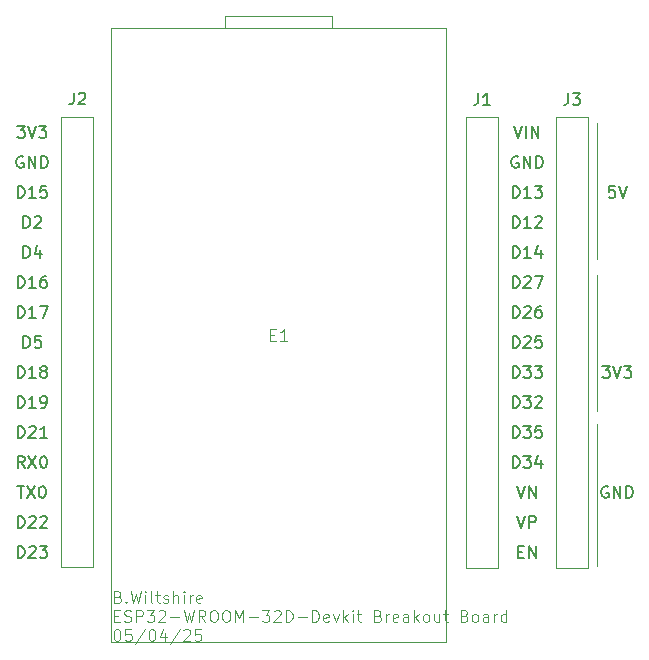
<source format=gbr>
%TF.GenerationSoftware,KiCad,Pcbnew,9.0.1-9.0.1-0~ubuntu24.04.1*%
%TF.CreationDate,2025-04-06T11:53:27+01:00*%
%TF.ProjectId,ESP32 Breakout Board,45535033-3220-4427-9265-616b6f757420,rev?*%
%TF.SameCoordinates,Original*%
%TF.FileFunction,Legend,Top*%
%TF.FilePolarity,Positive*%
%FSLAX46Y46*%
G04 Gerber Fmt 4.6, Leading zero omitted, Abs format (unit mm)*
G04 Created by KiCad (PCBNEW 9.0.1-9.0.1-0~ubuntu24.04.1) date 2025-04-06 11:53:27*
%MOMM*%
%LPD*%
G01*
G04 APERTURE LIST*
%ADD10C,0.100000*%
%ADD11C,0.150000*%
%ADD12C,0.120000*%
G04 APERTURE END LIST*
D10*
X176500000Y-89880000D02*
X176500000Y-101380000D01*
X176500000Y-102500000D02*
X176500000Y-114500000D01*
X176500000Y-77000000D02*
X176500000Y-88500000D01*
D11*
X169726667Y-110294819D02*
X170060000Y-111294819D01*
X170060000Y-111294819D02*
X170393333Y-110294819D01*
X170726667Y-111294819D02*
X170726667Y-110294819D01*
X170726667Y-110294819D02*
X171107619Y-110294819D01*
X171107619Y-110294819D02*
X171202857Y-110342438D01*
X171202857Y-110342438D02*
X171250476Y-110390057D01*
X171250476Y-110390057D02*
X171298095Y-110485295D01*
X171298095Y-110485295D02*
X171298095Y-110628152D01*
X171298095Y-110628152D02*
X171250476Y-110723390D01*
X171250476Y-110723390D02*
X171202857Y-110771009D01*
X171202857Y-110771009D02*
X171107619Y-110818628D01*
X171107619Y-110818628D02*
X170726667Y-110818628D01*
X127435714Y-101134819D02*
X127435714Y-100134819D01*
X127435714Y-100134819D02*
X127673809Y-100134819D01*
X127673809Y-100134819D02*
X127816666Y-100182438D01*
X127816666Y-100182438D02*
X127911904Y-100277676D01*
X127911904Y-100277676D02*
X127959523Y-100372914D01*
X127959523Y-100372914D02*
X128007142Y-100563390D01*
X128007142Y-100563390D02*
X128007142Y-100706247D01*
X128007142Y-100706247D02*
X127959523Y-100896723D01*
X127959523Y-100896723D02*
X127911904Y-100991961D01*
X127911904Y-100991961D02*
X127816666Y-101087200D01*
X127816666Y-101087200D02*
X127673809Y-101134819D01*
X127673809Y-101134819D02*
X127435714Y-101134819D01*
X128959523Y-101134819D02*
X128388095Y-101134819D01*
X128673809Y-101134819D02*
X128673809Y-100134819D01*
X128673809Y-100134819D02*
X128578571Y-100277676D01*
X128578571Y-100277676D02*
X128483333Y-100372914D01*
X128483333Y-100372914D02*
X128388095Y-100420533D01*
X129435714Y-101134819D02*
X129626190Y-101134819D01*
X129626190Y-101134819D02*
X129721428Y-101087200D01*
X129721428Y-101087200D02*
X129769047Y-101039580D01*
X129769047Y-101039580D02*
X129864285Y-100896723D01*
X129864285Y-100896723D02*
X129911904Y-100706247D01*
X129911904Y-100706247D02*
X129911904Y-100325295D01*
X129911904Y-100325295D02*
X129864285Y-100230057D01*
X129864285Y-100230057D02*
X129816666Y-100182438D01*
X129816666Y-100182438D02*
X129721428Y-100134819D01*
X129721428Y-100134819D02*
X129530952Y-100134819D01*
X129530952Y-100134819D02*
X129435714Y-100182438D01*
X129435714Y-100182438D02*
X129388095Y-100230057D01*
X129388095Y-100230057D02*
X129340476Y-100325295D01*
X129340476Y-100325295D02*
X129340476Y-100563390D01*
X129340476Y-100563390D02*
X129388095Y-100658628D01*
X129388095Y-100658628D02*
X129435714Y-100706247D01*
X129435714Y-100706247D02*
X129530952Y-100753866D01*
X129530952Y-100753866D02*
X129721428Y-100753866D01*
X129721428Y-100753866D02*
X129816666Y-100706247D01*
X129816666Y-100706247D02*
X129864285Y-100658628D01*
X129864285Y-100658628D02*
X129911904Y-100563390D01*
X127435714Y-98594819D02*
X127435714Y-97594819D01*
X127435714Y-97594819D02*
X127673809Y-97594819D01*
X127673809Y-97594819D02*
X127816666Y-97642438D01*
X127816666Y-97642438D02*
X127911904Y-97737676D01*
X127911904Y-97737676D02*
X127959523Y-97832914D01*
X127959523Y-97832914D02*
X128007142Y-98023390D01*
X128007142Y-98023390D02*
X128007142Y-98166247D01*
X128007142Y-98166247D02*
X127959523Y-98356723D01*
X127959523Y-98356723D02*
X127911904Y-98451961D01*
X127911904Y-98451961D02*
X127816666Y-98547200D01*
X127816666Y-98547200D02*
X127673809Y-98594819D01*
X127673809Y-98594819D02*
X127435714Y-98594819D01*
X128959523Y-98594819D02*
X128388095Y-98594819D01*
X128673809Y-98594819D02*
X128673809Y-97594819D01*
X128673809Y-97594819D02*
X128578571Y-97737676D01*
X128578571Y-97737676D02*
X128483333Y-97832914D01*
X128483333Y-97832914D02*
X128388095Y-97880533D01*
X129530952Y-98023390D02*
X129435714Y-97975771D01*
X129435714Y-97975771D02*
X129388095Y-97928152D01*
X129388095Y-97928152D02*
X129340476Y-97832914D01*
X129340476Y-97832914D02*
X129340476Y-97785295D01*
X129340476Y-97785295D02*
X129388095Y-97690057D01*
X129388095Y-97690057D02*
X129435714Y-97642438D01*
X129435714Y-97642438D02*
X129530952Y-97594819D01*
X129530952Y-97594819D02*
X129721428Y-97594819D01*
X129721428Y-97594819D02*
X129816666Y-97642438D01*
X129816666Y-97642438D02*
X129864285Y-97690057D01*
X129864285Y-97690057D02*
X129911904Y-97785295D01*
X129911904Y-97785295D02*
X129911904Y-97832914D01*
X129911904Y-97832914D02*
X129864285Y-97928152D01*
X129864285Y-97928152D02*
X129816666Y-97975771D01*
X129816666Y-97975771D02*
X129721428Y-98023390D01*
X129721428Y-98023390D02*
X129530952Y-98023390D01*
X129530952Y-98023390D02*
X129435714Y-98071009D01*
X129435714Y-98071009D02*
X129388095Y-98118628D01*
X129388095Y-98118628D02*
X129340476Y-98213866D01*
X129340476Y-98213866D02*
X129340476Y-98404342D01*
X129340476Y-98404342D02*
X129388095Y-98499580D01*
X129388095Y-98499580D02*
X129435714Y-98547200D01*
X129435714Y-98547200D02*
X129530952Y-98594819D01*
X129530952Y-98594819D02*
X129721428Y-98594819D01*
X129721428Y-98594819D02*
X129816666Y-98547200D01*
X129816666Y-98547200D02*
X129864285Y-98499580D01*
X129864285Y-98499580D02*
X129911904Y-98404342D01*
X129911904Y-98404342D02*
X129911904Y-98213866D01*
X129911904Y-98213866D02*
X129864285Y-98118628D01*
X129864285Y-98118628D02*
X129816666Y-98071009D01*
X129816666Y-98071009D02*
X129721428Y-98023390D01*
X128007142Y-106214819D02*
X127673809Y-105738628D01*
X127435714Y-106214819D02*
X127435714Y-105214819D01*
X127435714Y-105214819D02*
X127816666Y-105214819D01*
X127816666Y-105214819D02*
X127911904Y-105262438D01*
X127911904Y-105262438D02*
X127959523Y-105310057D01*
X127959523Y-105310057D02*
X128007142Y-105405295D01*
X128007142Y-105405295D02*
X128007142Y-105548152D01*
X128007142Y-105548152D02*
X127959523Y-105643390D01*
X127959523Y-105643390D02*
X127911904Y-105691009D01*
X127911904Y-105691009D02*
X127816666Y-105738628D01*
X127816666Y-105738628D02*
X127435714Y-105738628D01*
X128340476Y-105214819D02*
X129007142Y-106214819D01*
X129007142Y-105214819D02*
X128340476Y-106214819D01*
X129578571Y-105214819D02*
X129673809Y-105214819D01*
X129673809Y-105214819D02*
X129769047Y-105262438D01*
X129769047Y-105262438D02*
X129816666Y-105310057D01*
X129816666Y-105310057D02*
X129864285Y-105405295D01*
X129864285Y-105405295D02*
X129911904Y-105595771D01*
X129911904Y-105595771D02*
X129911904Y-105833866D01*
X129911904Y-105833866D02*
X129864285Y-106024342D01*
X129864285Y-106024342D02*
X129816666Y-106119580D01*
X129816666Y-106119580D02*
X129769047Y-106167200D01*
X129769047Y-106167200D02*
X129673809Y-106214819D01*
X129673809Y-106214819D02*
X129578571Y-106214819D01*
X129578571Y-106214819D02*
X129483333Y-106167200D01*
X129483333Y-106167200D02*
X129435714Y-106119580D01*
X129435714Y-106119580D02*
X129388095Y-106024342D01*
X129388095Y-106024342D02*
X129340476Y-105833866D01*
X129340476Y-105833866D02*
X129340476Y-105595771D01*
X129340476Y-105595771D02*
X129388095Y-105405295D01*
X129388095Y-105405295D02*
X129435714Y-105310057D01*
X129435714Y-105310057D02*
X129483333Y-105262438D01*
X129483333Y-105262438D02*
X129578571Y-105214819D01*
X127435714Y-93514819D02*
X127435714Y-92514819D01*
X127435714Y-92514819D02*
X127673809Y-92514819D01*
X127673809Y-92514819D02*
X127816666Y-92562438D01*
X127816666Y-92562438D02*
X127911904Y-92657676D01*
X127911904Y-92657676D02*
X127959523Y-92752914D01*
X127959523Y-92752914D02*
X128007142Y-92943390D01*
X128007142Y-92943390D02*
X128007142Y-93086247D01*
X128007142Y-93086247D02*
X127959523Y-93276723D01*
X127959523Y-93276723D02*
X127911904Y-93371961D01*
X127911904Y-93371961D02*
X127816666Y-93467200D01*
X127816666Y-93467200D02*
X127673809Y-93514819D01*
X127673809Y-93514819D02*
X127435714Y-93514819D01*
X128959523Y-93514819D02*
X128388095Y-93514819D01*
X128673809Y-93514819D02*
X128673809Y-92514819D01*
X128673809Y-92514819D02*
X128578571Y-92657676D01*
X128578571Y-92657676D02*
X128483333Y-92752914D01*
X128483333Y-92752914D02*
X128388095Y-92800533D01*
X129292857Y-92514819D02*
X129959523Y-92514819D01*
X129959523Y-92514819D02*
X129530952Y-93514819D01*
X127435714Y-111294819D02*
X127435714Y-110294819D01*
X127435714Y-110294819D02*
X127673809Y-110294819D01*
X127673809Y-110294819D02*
X127816666Y-110342438D01*
X127816666Y-110342438D02*
X127911904Y-110437676D01*
X127911904Y-110437676D02*
X127959523Y-110532914D01*
X127959523Y-110532914D02*
X128007142Y-110723390D01*
X128007142Y-110723390D02*
X128007142Y-110866247D01*
X128007142Y-110866247D02*
X127959523Y-111056723D01*
X127959523Y-111056723D02*
X127911904Y-111151961D01*
X127911904Y-111151961D02*
X127816666Y-111247200D01*
X127816666Y-111247200D02*
X127673809Y-111294819D01*
X127673809Y-111294819D02*
X127435714Y-111294819D01*
X128388095Y-110390057D02*
X128435714Y-110342438D01*
X128435714Y-110342438D02*
X128530952Y-110294819D01*
X128530952Y-110294819D02*
X128769047Y-110294819D01*
X128769047Y-110294819D02*
X128864285Y-110342438D01*
X128864285Y-110342438D02*
X128911904Y-110390057D01*
X128911904Y-110390057D02*
X128959523Y-110485295D01*
X128959523Y-110485295D02*
X128959523Y-110580533D01*
X128959523Y-110580533D02*
X128911904Y-110723390D01*
X128911904Y-110723390D02*
X128340476Y-111294819D01*
X128340476Y-111294819D02*
X128959523Y-111294819D01*
X129340476Y-110390057D02*
X129388095Y-110342438D01*
X129388095Y-110342438D02*
X129483333Y-110294819D01*
X129483333Y-110294819D02*
X129721428Y-110294819D01*
X129721428Y-110294819D02*
X129816666Y-110342438D01*
X129816666Y-110342438D02*
X129864285Y-110390057D01*
X129864285Y-110390057D02*
X129911904Y-110485295D01*
X129911904Y-110485295D02*
X129911904Y-110580533D01*
X129911904Y-110580533D02*
X129864285Y-110723390D01*
X129864285Y-110723390D02*
X129292857Y-111294819D01*
X129292857Y-111294819D02*
X129911904Y-111294819D01*
X169345714Y-98594819D02*
X169345714Y-97594819D01*
X169345714Y-97594819D02*
X169583809Y-97594819D01*
X169583809Y-97594819D02*
X169726666Y-97642438D01*
X169726666Y-97642438D02*
X169821904Y-97737676D01*
X169821904Y-97737676D02*
X169869523Y-97832914D01*
X169869523Y-97832914D02*
X169917142Y-98023390D01*
X169917142Y-98023390D02*
X169917142Y-98166247D01*
X169917142Y-98166247D02*
X169869523Y-98356723D01*
X169869523Y-98356723D02*
X169821904Y-98451961D01*
X169821904Y-98451961D02*
X169726666Y-98547200D01*
X169726666Y-98547200D02*
X169583809Y-98594819D01*
X169583809Y-98594819D02*
X169345714Y-98594819D01*
X170250476Y-97594819D02*
X170869523Y-97594819D01*
X170869523Y-97594819D02*
X170536190Y-97975771D01*
X170536190Y-97975771D02*
X170679047Y-97975771D01*
X170679047Y-97975771D02*
X170774285Y-98023390D01*
X170774285Y-98023390D02*
X170821904Y-98071009D01*
X170821904Y-98071009D02*
X170869523Y-98166247D01*
X170869523Y-98166247D02*
X170869523Y-98404342D01*
X170869523Y-98404342D02*
X170821904Y-98499580D01*
X170821904Y-98499580D02*
X170774285Y-98547200D01*
X170774285Y-98547200D02*
X170679047Y-98594819D01*
X170679047Y-98594819D02*
X170393333Y-98594819D01*
X170393333Y-98594819D02*
X170298095Y-98547200D01*
X170298095Y-98547200D02*
X170250476Y-98499580D01*
X171202857Y-97594819D02*
X171821904Y-97594819D01*
X171821904Y-97594819D02*
X171488571Y-97975771D01*
X171488571Y-97975771D02*
X171631428Y-97975771D01*
X171631428Y-97975771D02*
X171726666Y-98023390D01*
X171726666Y-98023390D02*
X171774285Y-98071009D01*
X171774285Y-98071009D02*
X171821904Y-98166247D01*
X171821904Y-98166247D02*
X171821904Y-98404342D01*
X171821904Y-98404342D02*
X171774285Y-98499580D01*
X171774285Y-98499580D02*
X171726666Y-98547200D01*
X171726666Y-98547200D02*
X171631428Y-98594819D01*
X171631428Y-98594819D02*
X171345714Y-98594819D01*
X171345714Y-98594819D02*
X171250476Y-98547200D01*
X171250476Y-98547200D02*
X171202857Y-98499580D01*
X169345714Y-103674819D02*
X169345714Y-102674819D01*
X169345714Y-102674819D02*
X169583809Y-102674819D01*
X169583809Y-102674819D02*
X169726666Y-102722438D01*
X169726666Y-102722438D02*
X169821904Y-102817676D01*
X169821904Y-102817676D02*
X169869523Y-102912914D01*
X169869523Y-102912914D02*
X169917142Y-103103390D01*
X169917142Y-103103390D02*
X169917142Y-103246247D01*
X169917142Y-103246247D02*
X169869523Y-103436723D01*
X169869523Y-103436723D02*
X169821904Y-103531961D01*
X169821904Y-103531961D02*
X169726666Y-103627200D01*
X169726666Y-103627200D02*
X169583809Y-103674819D01*
X169583809Y-103674819D02*
X169345714Y-103674819D01*
X170250476Y-102674819D02*
X170869523Y-102674819D01*
X170869523Y-102674819D02*
X170536190Y-103055771D01*
X170536190Y-103055771D02*
X170679047Y-103055771D01*
X170679047Y-103055771D02*
X170774285Y-103103390D01*
X170774285Y-103103390D02*
X170821904Y-103151009D01*
X170821904Y-103151009D02*
X170869523Y-103246247D01*
X170869523Y-103246247D02*
X170869523Y-103484342D01*
X170869523Y-103484342D02*
X170821904Y-103579580D01*
X170821904Y-103579580D02*
X170774285Y-103627200D01*
X170774285Y-103627200D02*
X170679047Y-103674819D01*
X170679047Y-103674819D02*
X170393333Y-103674819D01*
X170393333Y-103674819D02*
X170298095Y-103627200D01*
X170298095Y-103627200D02*
X170250476Y-103579580D01*
X171774285Y-102674819D02*
X171298095Y-102674819D01*
X171298095Y-102674819D02*
X171250476Y-103151009D01*
X171250476Y-103151009D02*
X171298095Y-103103390D01*
X171298095Y-103103390D02*
X171393333Y-103055771D01*
X171393333Y-103055771D02*
X171631428Y-103055771D01*
X171631428Y-103055771D02*
X171726666Y-103103390D01*
X171726666Y-103103390D02*
X171774285Y-103151009D01*
X171774285Y-103151009D02*
X171821904Y-103246247D01*
X171821904Y-103246247D02*
X171821904Y-103484342D01*
X171821904Y-103484342D02*
X171774285Y-103579580D01*
X171774285Y-103579580D02*
X171726666Y-103627200D01*
X171726666Y-103627200D02*
X171631428Y-103674819D01*
X171631428Y-103674819D02*
X171393333Y-103674819D01*
X171393333Y-103674819D02*
X171298095Y-103627200D01*
X171298095Y-103627200D02*
X171250476Y-103579580D01*
X127411905Y-107754819D02*
X127983333Y-107754819D01*
X127697619Y-108754819D02*
X127697619Y-107754819D01*
X128221429Y-107754819D02*
X128888095Y-108754819D01*
X128888095Y-107754819D02*
X128221429Y-108754819D01*
X129459524Y-107754819D02*
X129554762Y-107754819D01*
X129554762Y-107754819D02*
X129650000Y-107802438D01*
X129650000Y-107802438D02*
X129697619Y-107850057D01*
X129697619Y-107850057D02*
X129745238Y-107945295D01*
X129745238Y-107945295D02*
X129792857Y-108135771D01*
X129792857Y-108135771D02*
X129792857Y-108373866D01*
X129792857Y-108373866D02*
X129745238Y-108564342D01*
X129745238Y-108564342D02*
X129697619Y-108659580D01*
X129697619Y-108659580D02*
X129650000Y-108707200D01*
X129650000Y-108707200D02*
X129554762Y-108754819D01*
X129554762Y-108754819D02*
X129459524Y-108754819D01*
X129459524Y-108754819D02*
X129364286Y-108707200D01*
X129364286Y-108707200D02*
X129316667Y-108659580D01*
X129316667Y-108659580D02*
X129269048Y-108564342D01*
X129269048Y-108564342D02*
X129221429Y-108373866D01*
X129221429Y-108373866D02*
X129221429Y-108135771D01*
X129221429Y-108135771D02*
X129269048Y-107945295D01*
X129269048Y-107945295D02*
X129316667Y-107850057D01*
X129316667Y-107850057D02*
X129364286Y-107802438D01*
X129364286Y-107802438D02*
X129459524Y-107754819D01*
X169345714Y-93514819D02*
X169345714Y-92514819D01*
X169345714Y-92514819D02*
X169583809Y-92514819D01*
X169583809Y-92514819D02*
X169726666Y-92562438D01*
X169726666Y-92562438D02*
X169821904Y-92657676D01*
X169821904Y-92657676D02*
X169869523Y-92752914D01*
X169869523Y-92752914D02*
X169917142Y-92943390D01*
X169917142Y-92943390D02*
X169917142Y-93086247D01*
X169917142Y-93086247D02*
X169869523Y-93276723D01*
X169869523Y-93276723D02*
X169821904Y-93371961D01*
X169821904Y-93371961D02*
X169726666Y-93467200D01*
X169726666Y-93467200D02*
X169583809Y-93514819D01*
X169583809Y-93514819D02*
X169345714Y-93514819D01*
X170298095Y-92610057D02*
X170345714Y-92562438D01*
X170345714Y-92562438D02*
X170440952Y-92514819D01*
X170440952Y-92514819D02*
X170679047Y-92514819D01*
X170679047Y-92514819D02*
X170774285Y-92562438D01*
X170774285Y-92562438D02*
X170821904Y-92610057D01*
X170821904Y-92610057D02*
X170869523Y-92705295D01*
X170869523Y-92705295D02*
X170869523Y-92800533D01*
X170869523Y-92800533D02*
X170821904Y-92943390D01*
X170821904Y-92943390D02*
X170250476Y-93514819D01*
X170250476Y-93514819D02*
X170869523Y-93514819D01*
X171726666Y-92514819D02*
X171536190Y-92514819D01*
X171536190Y-92514819D02*
X171440952Y-92562438D01*
X171440952Y-92562438D02*
X171393333Y-92610057D01*
X171393333Y-92610057D02*
X171298095Y-92752914D01*
X171298095Y-92752914D02*
X171250476Y-92943390D01*
X171250476Y-92943390D02*
X171250476Y-93324342D01*
X171250476Y-93324342D02*
X171298095Y-93419580D01*
X171298095Y-93419580D02*
X171345714Y-93467200D01*
X171345714Y-93467200D02*
X171440952Y-93514819D01*
X171440952Y-93514819D02*
X171631428Y-93514819D01*
X171631428Y-93514819D02*
X171726666Y-93467200D01*
X171726666Y-93467200D02*
X171774285Y-93419580D01*
X171774285Y-93419580D02*
X171821904Y-93324342D01*
X171821904Y-93324342D02*
X171821904Y-93086247D01*
X171821904Y-93086247D02*
X171774285Y-92991009D01*
X171774285Y-92991009D02*
X171726666Y-92943390D01*
X171726666Y-92943390D02*
X171631428Y-92895771D01*
X171631428Y-92895771D02*
X171440952Y-92895771D01*
X171440952Y-92895771D02*
X171345714Y-92943390D01*
X171345714Y-92943390D02*
X171298095Y-92991009D01*
X171298095Y-92991009D02*
X171250476Y-93086247D01*
X169345714Y-101134819D02*
X169345714Y-100134819D01*
X169345714Y-100134819D02*
X169583809Y-100134819D01*
X169583809Y-100134819D02*
X169726666Y-100182438D01*
X169726666Y-100182438D02*
X169821904Y-100277676D01*
X169821904Y-100277676D02*
X169869523Y-100372914D01*
X169869523Y-100372914D02*
X169917142Y-100563390D01*
X169917142Y-100563390D02*
X169917142Y-100706247D01*
X169917142Y-100706247D02*
X169869523Y-100896723D01*
X169869523Y-100896723D02*
X169821904Y-100991961D01*
X169821904Y-100991961D02*
X169726666Y-101087200D01*
X169726666Y-101087200D02*
X169583809Y-101134819D01*
X169583809Y-101134819D02*
X169345714Y-101134819D01*
X170250476Y-100134819D02*
X170869523Y-100134819D01*
X170869523Y-100134819D02*
X170536190Y-100515771D01*
X170536190Y-100515771D02*
X170679047Y-100515771D01*
X170679047Y-100515771D02*
X170774285Y-100563390D01*
X170774285Y-100563390D02*
X170821904Y-100611009D01*
X170821904Y-100611009D02*
X170869523Y-100706247D01*
X170869523Y-100706247D02*
X170869523Y-100944342D01*
X170869523Y-100944342D02*
X170821904Y-101039580D01*
X170821904Y-101039580D02*
X170774285Y-101087200D01*
X170774285Y-101087200D02*
X170679047Y-101134819D01*
X170679047Y-101134819D02*
X170393333Y-101134819D01*
X170393333Y-101134819D02*
X170298095Y-101087200D01*
X170298095Y-101087200D02*
X170250476Y-101039580D01*
X171250476Y-100230057D02*
X171298095Y-100182438D01*
X171298095Y-100182438D02*
X171393333Y-100134819D01*
X171393333Y-100134819D02*
X171631428Y-100134819D01*
X171631428Y-100134819D02*
X171726666Y-100182438D01*
X171726666Y-100182438D02*
X171774285Y-100230057D01*
X171774285Y-100230057D02*
X171821904Y-100325295D01*
X171821904Y-100325295D02*
X171821904Y-100420533D01*
X171821904Y-100420533D02*
X171774285Y-100563390D01*
X171774285Y-100563390D02*
X171202857Y-101134819D01*
X171202857Y-101134819D02*
X171821904Y-101134819D01*
X169464762Y-77274819D02*
X169798095Y-78274819D01*
X169798095Y-78274819D02*
X170131428Y-77274819D01*
X170464762Y-78274819D02*
X170464762Y-77274819D01*
X170940952Y-78274819D02*
X170940952Y-77274819D01*
X170940952Y-77274819D02*
X171512380Y-78274819D01*
X171512380Y-78274819D02*
X171512380Y-77274819D01*
X169821905Y-113311009D02*
X170155238Y-113311009D01*
X170298095Y-113834819D02*
X169821905Y-113834819D01*
X169821905Y-113834819D02*
X169821905Y-112834819D01*
X169821905Y-112834819D02*
X170298095Y-112834819D01*
X170726667Y-113834819D02*
X170726667Y-112834819D01*
X170726667Y-112834819D02*
X171298095Y-113834819D01*
X171298095Y-113834819D02*
X171298095Y-112834819D01*
X127435714Y-90974819D02*
X127435714Y-89974819D01*
X127435714Y-89974819D02*
X127673809Y-89974819D01*
X127673809Y-89974819D02*
X127816666Y-90022438D01*
X127816666Y-90022438D02*
X127911904Y-90117676D01*
X127911904Y-90117676D02*
X127959523Y-90212914D01*
X127959523Y-90212914D02*
X128007142Y-90403390D01*
X128007142Y-90403390D02*
X128007142Y-90546247D01*
X128007142Y-90546247D02*
X127959523Y-90736723D01*
X127959523Y-90736723D02*
X127911904Y-90831961D01*
X127911904Y-90831961D02*
X127816666Y-90927200D01*
X127816666Y-90927200D02*
X127673809Y-90974819D01*
X127673809Y-90974819D02*
X127435714Y-90974819D01*
X128959523Y-90974819D02*
X128388095Y-90974819D01*
X128673809Y-90974819D02*
X128673809Y-89974819D01*
X128673809Y-89974819D02*
X128578571Y-90117676D01*
X128578571Y-90117676D02*
X128483333Y-90212914D01*
X128483333Y-90212914D02*
X128388095Y-90260533D01*
X129816666Y-89974819D02*
X129626190Y-89974819D01*
X129626190Y-89974819D02*
X129530952Y-90022438D01*
X129530952Y-90022438D02*
X129483333Y-90070057D01*
X129483333Y-90070057D02*
X129388095Y-90212914D01*
X129388095Y-90212914D02*
X129340476Y-90403390D01*
X129340476Y-90403390D02*
X129340476Y-90784342D01*
X129340476Y-90784342D02*
X129388095Y-90879580D01*
X129388095Y-90879580D02*
X129435714Y-90927200D01*
X129435714Y-90927200D02*
X129530952Y-90974819D01*
X129530952Y-90974819D02*
X129721428Y-90974819D01*
X129721428Y-90974819D02*
X129816666Y-90927200D01*
X129816666Y-90927200D02*
X129864285Y-90879580D01*
X129864285Y-90879580D02*
X129911904Y-90784342D01*
X129911904Y-90784342D02*
X129911904Y-90546247D01*
X129911904Y-90546247D02*
X129864285Y-90451009D01*
X129864285Y-90451009D02*
X129816666Y-90403390D01*
X129816666Y-90403390D02*
X129721428Y-90355771D01*
X129721428Y-90355771D02*
X129530952Y-90355771D01*
X129530952Y-90355771D02*
X129435714Y-90403390D01*
X129435714Y-90403390D02*
X129388095Y-90451009D01*
X129388095Y-90451009D02*
X129340476Y-90546247D01*
D10*
X135937217Y-117128721D02*
X136080074Y-117176340D01*
X136080074Y-117176340D02*
X136127693Y-117223959D01*
X136127693Y-117223959D02*
X136175312Y-117319197D01*
X136175312Y-117319197D02*
X136175312Y-117462054D01*
X136175312Y-117462054D02*
X136127693Y-117557292D01*
X136127693Y-117557292D02*
X136080074Y-117604912D01*
X136080074Y-117604912D02*
X135984836Y-117652531D01*
X135984836Y-117652531D02*
X135603884Y-117652531D01*
X135603884Y-117652531D02*
X135603884Y-116652531D01*
X135603884Y-116652531D02*
X135937217Y-116652531D01*
X135937217Y-116652531D02*
X136032455Y-116700150D01*
X136032455Y-116700150D02*
X136080074Y-116747769D01*
X136080074Y-116747769D02*
X136127693Y-116843007D01*
X136127693Y-116843007D02*
X136127693Y-116938245D01*
X136127693Y-116938245D02*
X136080074Y-117033483D01*
X136080074Y-117033483D02*
X136032455Y-117081102D01*
X136032455Y-117081102D02*
X135937217Y-117128721D01*
X135937217Y-117128721D02*
X135603884Y-117128721D01*
X136603884Y-117557292D02*
X136651503Y-117604912D01*
X136651503Y-117604912D02*
X136603884Y-117652531D01*
X136603884Y-117652531D02*
X136556265Y-117604912D01*
X136556265Y-117604912D02*
X136603884Y-117557292D01*
X136603884Y-117557292D02*
X136603884Y-117652531D01*
X136984836Y-116652531D02*
X137222931Y-117652531D01*
X137222931Y-117652531D02*
X137413407Y-116938245D01*
X137413407Y-116938245D02*
X137603883Y-117652531D01*
X137603883Y-117652531D02*
X137841979Y-116652531D01*
X138222931Y-117652531D02*
X138222931Y-116985864D01*
X138222931Y-116652531D02*
X138175312Y-116700150D01*
X138175312Y-116700150D02*
X138222931Y-116747769D01*
X138222931Y-116747769D02*
X138270550Y-116700150D01*
X138270550Y-116700150D02*
X138222931Y-116652531D01*
X138222931Y-116652531D02*
X138222931Y-116747769D01*
X138841978Y-117652531D02*
X138746740Y-117604912D01*
X138746740Y-117604912D02*
X138699121Y-117509673D01*
X138699121Y-117509673D02*
X138699121Y-116652531D01*
X139080074Y-116985864D02*
X139461026Y-116985864D01*
X139222931Y-116652531D02*
X139222931Y-117509673D01*
X139222931Y-117509673D02*
X139270550Y-117604912D01*
X139270550Y-117604912D02*
X139365788Y-117652531D01*
X139365788Y-117652531D02*
X139461026Y-117652531D01*
X139746741Y-117604912D02*
X139841979Y-117652531D01*
X139841979Y-117652531D02*
X140032455Y-117652531D01*
X140032455Y-117652531D02*
X140127693Y-117604912D01*
X140127693Y-117604912D02*
X140175312Y-117509673D01*
X140175312Y-117509673D02*
X140175312Y-117462054D01*
X140175312Y-117462054D02*
X140127693Y-117366816D01*
X140127693Y-117366816D02*
X140032455Y-117319197D01*
X140032455Y-117319197D02*
X139889598Y-117319197D01*
X139889598Y-117319197D02*
X139794360Y-117271578D01*
X139794360Y-117271578D02*
X139746741Y-117176340D01*
X139746741Y-117176340D02*
X139746741Y-117128721D01*
X139746741Y-117128721D02*
X139794360Y-117033483D01*
X139794360Y-117033483D02*
X139889598Y-116985864D01*
X139889598Y-116985864D02*
X140032455Y-116985864D01*
X140032455Y-116985864D02*
X140127693Y-117033483D01*
X140603884Y-117652531D02*
X140603884Y-116652531D01*
X141032455Y-117652531D02*
X141032455Y-117128721D01*
X141032455Y-117128721D02*
X140984836Y-117033483D01*
X140984836Y-117033483D02*
X140889598Y-116985864D01*
X140889598Y-116985864D02*
X140746741Y-116985864D01*
X140746741Y-116985864D02*
X140651503Y-117033483D01*
X140651503Y-117033483D02*
X140603884Y-117081102D01*
X141508646Y-117652531D02*
X141508646Y-116985864D01*
X141508646Y-116652531D02*
X141461027Y-116700150D01*
X141461027Y-116700150D02*
X141508646Y-116747769D01*
X141508646Y-116747769D02*
X141556265Y-116700150D01*
X141556265Y-116700150D02*
X141508646Y-116652531D01*
X141508646Y-116652531D02*
X141508646Y-116747769D01*
X141984836Y-117652531D02*
X141984836Y-116985864D01*
X141984836Y-117176340D02*
X142032455Y-117081102D01*
X142032455Y-117081102D02*
X142080074Y-117033483D01*
X142080074Y-117033483D02*
X142175312Y-116985864D01*
X142175312Y-116985864D02*
X142270550Y-116985864D01*
X142984836Y-117604912D02*
X142889598Y-117652531D01*
X142889598Y-117652531D02*
X142699122Y-117652531D01*
X142699122Y-117652531D02*
X142603884Y-117604912D01*
X142603884Y-117604912D02*
X142556265Y-117509673D01*
X142556265Y-117509673D02*
X142556265Y-117128721D01*
X142556265Y-117128721D02*
X142603884Y-117033483D01*
X142603884Y-117033483D02*
X142699122Y-116985864D01*
X142699122Y-116985864D02*
X142889598Y-116985864D01*
X142889598Y-116985864D02*
X142984836Y-117033483D01*
X142984836Y-117033483D02*
X143032455Y-117128721D01*
X143032455Y-117128721D02*
X143032455Y-117223959D01*
X143032455Y-117223959D02*
X142556265Y-117319197D01*
X135603884Y-118738665D02*
X135937217Y-118738665D01*
X136080074Y-119262475D02*
X135603884Y-119262475D01*
X135603884Y-119262475D02*
X135603884Y-118262475D01*
X135603884Y-118262475D02*
X136080074Y-118262475D01*
X136461027Y-119214856D02*
X136603884Y-119262475D01*
X136603884Y-119262475D02*
X136841979Y-119262475D01*
X136841979Y-119262475D02*
X136937217Y-119214856D01*
X136937217Y-119214856D02*
X136984836Y-119167236D01*
X136984836Y-119167236D02*
X137032455Y-119071998D01*
X137032455Y-119071998D02*
X137032455Y-118976760D01*
X137032455Y-118976760D02*
X136984836Y-118881522D01*
X136984836Y-118881522D02*
X136937217Y-118833903D01*
X136937217Y-118833903D02*
X136841979Y-118786284D01*
X136841979Y-118786284D02*
X136651503Y-118738665D01*
X136651503Y-118738665D02*
X136556265Y-118691046D01*
X136556265Y-118691046D02*
X136508646Y-118643427D01*
X136508646Y-118643427D02*
X136461027Y-118548189D01*
X136461027Y-118548189D02*
X136461027Y-118452951D01*
X136461027Y-118452951D02*
X136508646Y-118357713D01*
X136508646Y-118357713D02*
X136556265Y-118310094D01*
X136556265Y-118310094D02*
X136651503Y-118262475D01*
X136651503Y-118262475D02*
X136889598Y-118262475D01*
X136889598Y-118262475D02*
X137032455Y-118310094D01*
X137461027Y-119262475D02*
X137461027Y-118262475D01*
X137461027Y-118262475D02*
X137841979Y-118262475D01*
X137841979Y-118262475D02*
X137937217Y-118310094D01*
X137937217Y-118310094D02*
X137984836Y-118357713D01*
X137984836Y-118357713D02*
X138032455Y-118452951D01*
X138032455Y-118452951D02*
X138032455Y-118595808D01*
X138032455Y-118595808D02*
X137984836Y-118691046D01*
X137984836Y-118691046D02*
X137937217Y-118738665D01*
X137937217Y-118738665D02*
X137841979Y-118786284D01*
X137841979Y-118786284D02*
X137461027Y-118786284D01*
X138365789Y-118262475D02*
X138984836Y-118262475D01*
X138984836Y-118262475D02*
X138651503Y-118643427D01*
X138651503Y-118643427D02*
X138794360Y-118643427D01*
X138794360Y-118643427D02*
X138889598Y-118691046D01*
X138889598Y-118691046D02*
X138937217Y-118738665D01*
X138937217Y-118738665D02*
X138984836Y-118833903D01*
X138984836Y-118833903D02*
X138984836Y-119071998D01*
X138984836Y-119071998D02*
X138937217Y-119167236D01*
X138937217Y-119167236D02*
X138889598Y-119214856D01*
X138889598Y-119214856D02*
X138794360Y-119262475D01*
X138794360Y-119262475D02*
X138508646Y-119262475D01*
X138508646Y-119262475D02*
X138413408Y-119214856D01*
X138413408Y-119214856D02*
X138365789Y-119167236D01*
X139365789Y-118357713D02*
X139413408Y-118310094D01*
X139413408Y-118310094D02*
X139508646Y-118262475D01*
X139508646Y-118262475D02*
X139746741Y-118262475D01*
X139746741Y-118262475D02*
X139841979Y-118310094D01*
X139841979Y-118310094D02*
X139889598Y-118357713D01*
X139889598Y-118357713D02*
X139937217Y-118452951D01*
X139937217Y-118452951D02*
X139937217Y-118548189D01*
X139937217Y-118548189D02*
X139889598Y-118691046D01*
X139889598Y-118691046D02*
X139318170Y-119262475D01*
X139318170Y-119262475D02*
X139937217Y-119262475D01*
X140365789Y-118881522D02*
X141127694Y-118881522D01*
X141508646Y-118262475D02*
X141746741Y-119262475D01*
X141746741Y-119262475D02*
X141937217Y-118548189D01*
X141937217Y-118548189D02*
X142127693Y-119262475D01*
X142127693Y-119262475D02*
X142365789Y-118262475D01*
X143318169Y-119262475D02*
X142984836Y-118786284D01*
X142746741Y-119262475D02*
X142746741Y-118262475D01*
X142746741Y-118262475D02*
X143127693Y-118262475D01*
X143127693Y-118262475D02*
X143222931Y-118310094D01*
X143222931Y-118310094D02*
X143270550Y-118357713D01*
X143270550Y-118357713D02*
X143318169Y-118452951D01*
X143318169Y-118452951D02*
X143318169Y-118595808D01*
X143318169Y-118595808D02*
X143270550Y-118691046D01*
X143270550Y-118691046D02*
X143222931Y-118738665D01*
X143222931Y-118738665D02*
X143127693Y-118786284D01*
X143127693Y-118786284D02*
X142746741Y-118786284D01*
X143937217Y-118262475D02*
X144127693Y-118262475D01*
X144127693Y-118262475D02*
X144222931Y-118310094D01*
X144222931Y-118310094D02*
X144318169Y-118405332D01*
X144318169Y-118405332D02*
X144365788Y-118595808D01*
X144365788Y-118595808D02*
X144365788Y-118929141D01*
X144365788Y-118929141D02*
X144318169Y-119119617D01*
X144318169Y-119119617D02*
X144222931Y-119214856D01*
X144222931Y-119214856D02*
X144127693Y-119262475D01*
X144127693Y-119262475D02*
X143937217Y-119262475D01*
X143937217Y-119262475D02*
X143841979Y-119214856D01*
X143841979Y-119214856D02*
X143746741Y-119119617D01*
X143746741Y-119119617D02*
X143699122Y-118929141D01*
X143699122Y-118929141D02*
X143699122Y-118595808D01*
X143699122Y-118595808D02*
X143746741Y-118405332D01*
X143746741Y-118405332D02*
X143841979Y-118310094D01*
X143841979Y-118310094D02*
X143937217Y-118262475D01*
X144984836Y-118262475D02*
X145175312Y-118262475D01*
X145175312Y-118262475D02*
X145270550Y-118310094D01*
X145270550Y-118310094D02*
X145365788Y-118405332D01*
X145365788Y-118405332D02*
X145413407Y-118595808D01*
X145413407Y-118595808D02*
X145413407Y-118929141D01*
X145413407Y-118929141D02*
X145365788Y-119119617D01*
X145365788Y-119119617D02*
X145270550Y-119214856D01*
X145270550Y-119214856D02*
X145175312Y-119262475D01*
X145175312Y-119262475D02*
X144984836Y-119262475D01*
X144984836Y-119262475D02*
X144889598Y-119214856D01*
X144889598Y-119214856D02*
X144794360Y-119119617D01*
X144794360Y-119119617D02*
X144746741Y-118929141D01*
X144746741Y-118929141D02*
X144746741Y-118595808D01*
X144746741Y-118595808D02*
X144794360Y-118405332D01*
X144794360Y-118405332D02*
X144889598Y-118310094D01*
X144889598Y-118310094D02*
X144984836Y-118262475D01*
X145841979Y-119262475D02*
X145841979Y-118262475D01*
X145841979Y-118262475D02*
X146175312Y-118976760D01*
X146175312Y-118976760D02*
X146508645Y-118262475D01*
X146508645Y-118262475D02*
X146508645Y-119262475D01*
X146984836Y-118881522D02*
X147746741Y-118881522D01*
X148127693Y-118262475D02*
X148746740Y-118262475D01*
X148746740Y-118262475D02*
X148413407Y-118643427D01*
X148413407Y-118643427D02*
X148556264Y-118643427D01*
X148556264Y-118643427D02*
X148651502Y-118691046D01*
X148651502Y-118691046D02*
X148699121Y-118738665D01*
X148699121Y-118738665D02*
X148746740Y-118833903D01*
X148746740Y-118833903D02*
X148746740Y-119071998D01*
X148746740Y-119071998D02*
X148699121Y-119167236D01*
X148699121Y-119167236D02*
X148651502Y-119214856D01*
X148651502Y-119214856D02*
X148556264Y-119262475D01*
X148556264Y-119262475D02*
X148270550Y-119262475D01*
X148270550Y-119262475D02*
X148175312Y-119214856D01*
X148175312Y-119214856D02*
X148127693Y-119167236D01*
X149127693Y-118357713D02*
X149175312Y-118310094D01*
X149175312Y-118310094D02*
X149270550Y-118262475D01*
X149270550Y-118262475D02*
X149508645Y-118262475D01*
X149508645Y-118262475D02*
X149603883Y-118310094D01*
X149603883Y-118310094D02*
X149651502Y-118357713D01*
X149651502Y-118357713D02*
X149699121Y-118452951D01*
X149699121Y-118452951D02*
X149699121Y-118548189D01*
X149699121Y-118548189D02*
X149651502Y-118691046D01*
X149651502Y-118691046D02*
X149080074Y-119262475D01*
X149080074Y-119262475D02*
X149699121Y-119262475D01*
X150127693Y-119262475D02*
X150127693Y-118262475D01*
X150127693Y-118262475D02*
X150365788Y-118262475D01*
X150365788Y-118262475D02*
X150508645Y-118310094D01*
X150508645Y-118310094D02*
X150603883Y-118405332D01*
X150603883Y-118405332D02*
X150651502Y-118500570D01*
X150651502Y-118500570D02*
X150699121Y-118691046D01*
X150699121Y-118691046D02*
X150699121Y-118833903D01*
X150699121Y-118833903D02*
X150651502Y-119024379D01*
X150651502Y-119024379D02*
X150603883Y-119119617D01*
X150603883Y-119119617D02*
X150508645Y-119214856D01*
X150508645Y-119214856D02*
X150365788Y-119262475D01*
X150365788Y-119262475D02*
X150127693Y-119262475D01*
X151127693Y-118881522D02*
X151889598Y-118881522D01*
X152365788Y-119262475D02*
X152365788Y-118262475D01*
X152365788Y-118262475D02*
X152603883Y-118262475D01*
X152603883Y-118262475D02*
X152746740Y-118310094D01*
X152746740Y-118310094D02*
X152841978Y-118405332D01*
X152841978Y-118405332D02*
X152889597Y-118500570D01*
X152889597Y-118500570D02*
X152937216Y-118691046D01*
X152937216Y-118691046D02*
X152937216Y-118833903D01*
X152937216Y-118833903D02*
X152889597Y-119024379D01*
X152889597Y-119024379D02*
X152841978Y-119119617D01*
X152841978Y-119119617D02*
X152746740Y-119214856D01*
X152746740Y-119214856D02*
X152603883Y-119262475D01*
X152603883Y-119262475D02*
X152365788Y-119262475D01*
X153746740Y-119214856D02*
X153651502Y-119262475D01*
X153651502Y-119262475D02*
X153461026Y-119262475D01*
X153461026Y-119262475D02*
X153365788Y-119214856D01*
X153365788Y-119214856D02*
X153318169Y-119119617D01*
X153318169Y-119119617D02*
X153318169Y-118738665D01*
X153318169Y-118738665D02*
X153365788Y-118643427D01*
X153365788Y-118643427D02*
X153461026Y-118595808D01*
X153461026Y-118595808D02*
X153651502Y-118595808D01*
X153651502Y-118595808D02*
X153746740Y-118643427D01*
X153746740Y-118643427D02*
X153794359Y-118738665D01*
X153794359Y-118738665D02*
X153794359Y-118833903D01*
X153794359Y-118833903D02*
X153318169Y-118929141D01*
X154127693Y-118595808D02*
X154365788Y-119262475D01*
X154365788Y-119262475D02*
X154603883Y-118595808D01*
X154984836Y-119262475D02*
X154984836Y-118262475D01*
X155080074Y-118881522D02*
X155365788Y-119262475D01*
X155365788Y-118595808D02*
X154984836Y-118976760D01*
X155794360Y-119262475D02*
X155794360Y-118595808D01*
X155794360Y-118262475D02*
X155746741Y-118310094D01*
X155746741Y-118310094D02*
X155794360Y-118357713D01*
X155794360Y-118357713D02*
X155841979Y-118310094D01*
X155841979Y-118310094D02*
X155794360Y-118262475D01*
X155794360Y-118262475D02*
X155794360Y-118357713D01*
X156127693Y-118595808D02*
X156508645Y-118595808D01*
X156270550Y-118262475D02*
X156270550Y-119119617D01*
X156270550Y-119119617D02*
X156318169Y-119214856D01*
X156318169Y-119214856D02*
X156413407Y-119262475D01*
X156413407Y-119262475D02*
X156508645Y-119262475D01*
X157937217Y-118738665D02*
X158080074Y-118786284D01*
X158080074Y-118786284D02*
X158127693Y-118833903D01*
X158127693Y-118833903D02*
X158175312Y-118929141D01*
X158175312Y-118929141D02*
X158175312Y-119071998D01*
X158175312Y-119071998D02*
X158127693Y-119167236D01*
X158127693Y-119167236D02*
X158080074Y-119214856D01*
X158080074Y-119214856D02*
X157984836Y-119262475D01*
X157984836Y-119262475D02*
X157603884Y-119262475D01*
X157603884Y-119262475D02*
X157603884Y-118262475D01*
X157603884Y-118262475D02*
X157937217Y-118262475D01*
X157937217Y-118262475D02*
X158032455Y-118310094D01*
X158032455Y-118310094D02*
X158080074Y-118357713D01*
X158080074Y-118357713D02*
X158127693Y-118452951D01*
X158127693Y-118452951D02*
X158127693Y-118548189D01*
X158127693Y-118548189D02*
X158080074Y-118643427D01*
X158080074Y-118643427D02*
X158032455Y-118691046D01*
X158032455Y-118691046D02*
X157937217Y-118738665D01*
X157937217Y-118738665D02*
X157603884Y-118738665D01*
X158603884Y-119262475D02*
X158603884Y-118595808D01*
X158603884Y-118786284D02*
X158651503Y-118691046D01*
X158651503Y-118691046D02*
X158699122Y-118643427D01*
X158699122Y-118643427D02*
X158794360Y-118595808D01*
X158794360Y-118595808D02*
X158889598Y-118595808D01*
X159603884Y-119214856D02*
X159508646Y-119262475D01*
X159508646Y-119262475D02*
X159318170Y-119262475D01*
X159318170Y-119262475D02*
X159222932Y-119214856D01*
X159222932Y-119214856D02*
X159175313Y-119119617D01*
X159175313Y-119119617D02*
X159175313Y-118738665D01*
X159175313Y-118738665D02*
X159222932Y-118643427D01*
X159222932Y-118643427D02*
X159318170Y-118595808D01*
X159318170Y-118595808D02*
X159508646Y-118595808D01*
X159508646Y-118595808D02*
X159603884Y-118643427D01*
X159603884Y-118643427D02*
X159651503Y-118738665D01*
X159651503Y-118738665D02*
X159651503Y-118833903D01*
X159651503Y-118833903D02*
X159175313Y-118929141D01*
X160508646Y-119262475D02*
X160508646Y-118738665D01*
X160508646Y-118738665D02*
X160461027Y-118643427D01*
X160461027Y-118643427D02*
X160365789Y-118595808D01*
X160365789Y-118595808D02*
X160175313Y-118595808D01*
X160175313Y-118595808D02*
X160080075Y-118643427D01*
X160508646Y-119214856D02*
X160413408Y-119262475D01*
X160413408Y-119262475D02*
X160175313Y-119262475D01*
X160175313Y-119262475D02*
X160080075Y-119214856D01*
X160080075Y-119214856D02*
X160032456Y-119119617D01*
X160032456Y-119119617D02*
X160032456Y-119024379D01*
X160032456Y-119024379D02*
X160080075Y-118929141D01*
X160080075Y-118929141D02*
X160175313Y-118881522D01*
X160175313Y-118881522D02*
X160413408Y-118881522D01*
X160413408Y-118881522D02*
X160508646Y-118833903D01*
X160984837Y-119262475D02*
X160984837Y-118262475D01*
X161080075Y-118881522D02*
X161365789Y-119262475D01*
X161365789Y-118595808D02*
X160984837Y-118976760D01*
X161937218Y-119262475D02*
X161841980Y-119214856D01*
X161841980Y-119214856D02*
X161794361Y-119167236D01*
X161794361Y-119167236D02*
X161746742Y-119071998D01*
X161746742Y-119071998D02*
X161746742Y-118786284D01*
X161746742Y-118786284D02*
X161794361Y-118691046D01*
X161794361Y-118691046D02*
X161841980Y-118643427D01*
X161841980Y-118643427D02*
X161937218Y-118595808D01*
X161937218Y-118595808D02*
X162080075Y-118595808D01*
X162080075Y-118595808D02*
X162175313Y-118643427D01*
X162175313Y-118643427D02*
X162222932Y-118691046D01*
X162222932Y-118691046D02*
X162270551Y-118786284D01*
X162270551Y-118786284D02*
X162270551Y-119071998D01*
X162270551Y-119071998D02*
X162222932Y-119167236D01*
X162222932Y-119167236D02*
X162175313Y-119214856D01*
X162175313Y-119214856D02*
X162080075Y-119262475D01*
X162080075Y-119262475D02*
X161937218Y-119262475D01*
X163127694Y-118595808D02*
X163127694Y-119262475D01*
X162699123Y-118595808D02*
X162699123Y-119119617D01*
X162699123Y-119119617D02*
X162746742Y-119214856D01*
X162746742Y-119214856D02*
X162841980Y-119262475D01*
X162841980Y-119262475D02*
X162984837Y-119262475D01*
X162984837Y-119262475D02*
X163080075Y-119214856D01*
X163080075Y-119214856D02*
X163127694Y-119167236D01*
X163461028Y-118595808D02*
X163841980Y-118595808D01*
X163603885Y-118262475D02*
X163603885Y-119119617D01*
X163603885Y-119119617D02*
X163651504Y-119214856D01*
X163651504Y-119214856D02*
X163746742Y-119262475D01*
X163746742Y-119262475D02*
X163841980Y-119262475D01*
X165270552Y-118738665D02*
X165413409Y-118786284D01*
X165413409Y-118786284D02*
X165461028Y-118833903D01*
X165461028Y-118833903D02*
X165508647Y-118929141D01*
X165508647Y-118929141D02*
X165508647Y-119071998D01*
X165508647Y-119071998D02*
X165461028Y-119167236D01*
X165461028Y-119167236D02*
X165413409Y-119214856D01*
X165413409Y-119214856D02*
X165318171Y-119262475D01*
X165318171Y-119262475D02*
X164937219Y-119262475D01*
X164937219Y-119262475D02*
X164937219Y-118262475D01*
X164937219Y-118262475D02*
X165270552Y-118262475D01*
X165270552Y-118262475D02*
X165365790Y-118310094D01*
X165365790Y-118310094D02*
X165413409Y-118357713D01*
X165413409Y-118357713D02*
X165461028Y-118452951D01*
X165461028Y-118452951D02*
X165461028Y-118548189D01*
X165461028Y-118548189D02*
X165413409Y-118643427D01*
X165413409Y-118643427D02*
X165365790Y-118691046D01*
X165365790Y-118691046D02*
X165270552Y-118738665D01*
X165270552Y-118738665D02*
X164937219Y-118738665D01*
X166080076Y-119262475D02*
X165984838Y-119214856D01*
X165984838Y-119214856D02*
X165937219Y-119167236D01*
X165937219Y-119167236D02*
X165889600Y-119071998D01*
X165889600Y-119071998D02*
X165889600Y-118786284D01*
X165889600Y-118786284D02*
X165937219Y-118691046D01*
X165937219Y-118691046D02*
X165984838Y-118643427D01*
X165984838Y-118643427D02*
X166080076Y-118595808D01*
X166080076Y-118595808D02*
X166222933Y-118595808D01*
X166222933Y-118595808D02*
X166318171Y-118643427D01*
X166318171Y-118643427D02*
X166365790Y-118691046D01*
X166365790Y-118691046D02*
X166413409Y-118786284D01*
X166413409Y-118786284D02*
X166413409Y-119071998D01*
X166413409Y-119071998D02*
X166365790Y-119167236D01*
X166365790Y-119167236D02*
X166318171Y-119214856D01*
X166318171Y-119214856D02*
X166222933Y-119262475D01*
X166222933Y-119262475D02*
X166080076Y-119262475D01*
X167270552Y-119262475D02*
X167270552Y-118738665D01*
X167270552Y-118738665D02*
X167222933Y-118643427D01*
X167222933Y-118643427D02*
X167127695Y-118595808D01*
X167127695Y-118595808D02*
X166937219Y-118595808D01*
X166937219Y-118595808D02*
X166841981Y-118643427D01*
X167270552Y-119214856D02*
X167175314Y-119262475D01*
X167175314Y-119262475D02*
X166937219Y-119262475D01*
X166937219Y-119262475D02*
X166841981Y-119214856D01*
X166841981Y-119214856D02*
X166794362Y-119119617D01*
X166794362Y-119119617D02*
X166794362Y-119024379D01*
X166794362Y-119024379D02*
X166841981Y-118929141D01*
X166841981Y-118929141D02*
X166937219Y-118881522D01*
X166937219Y-118881522D02*
X167175314Y-118881522D01*
X167175314Y-118881522D02*
X167270552Y-118833903D01*
X167746743Y-119262475D02*
X167746743Y-118595808D01*
X167746743Y-118786284D02*
X167794362Y-118691046D01*
X167794362Y-118691046D02*
X167841981Y-118643427D01*
X167841981Y-118643427D02*
X167937219Y-118595808D01*
X167937219Y-118595808D02*
X168032457Y-118595808D01*
X168794362Y-119262475D02*
X168794362Y-118262475D01*
X168794362Y-119214856D02*
X168699124Y-119262475D01*
X168699124Y-119262475D02*
X168508648Y-119262475D01*
X168508648Y-119262475D02*
X168413410Y-119214856D01*
X168413410Y-119214856D02*
X168365791Y-119167236D01*
X168365791Y-119167236D02*
X168318172Y-119071998D01*
X168318172Y-119071998D02*
X168318172Y-118786284D01*
X168318172Y-118786284D02*
X168365791Y-118691046D01*
X168365791Y-118691046D02*
X168413410Y-118643427D01*
X168413410Y-118643427D02*
X168508648Y-118595808D01*
X168508648Y-118595808D02*
X168699124Y-118595808D01*
X168699124Y-118595808D02*
X168794362Y-118643427D01*
X135794360Y-119872419D02*
X135889598Y-119872419D01*
X135889598Y-119872419D02*
X135984836Y-119920038D01*
X135984836Y-119920038D02*
X136032455Y-119967657D01*
X136032455Y-119967657D02*
X136080074Y-120062895D01*
X136080074Y-120062895D02*
X136127693Y-120253371D01*
X136127693Y-120253371D02*
X136127693Y-120491466D01*
X136127693Y-120491466D02*
X136080074Y-120681942D01*
X136080074Y-120681942D02*
X136032455Y-120777180D01*
X136032455Y-120777180D02*
X135984836Y-120824800D01*
X135984836Y-120824800D02*
X135889598Y-120872419D01*
X135889598Y-120872419D02*
X135794360Y-120872419D01*
X135794360Y-120872419D02*
X135699122Y-120824800D01*
X135699122Y-120824800D02*
X135651503Y-120777180D01*
X135651503Y-120777180D02*
X135603884Y-120681942D01*
X135603884Y-120681942D02*
X135556265Y-120491466D01*
X135556265Y-120491466D02*
X135556265Y-120253371D01*
X135556265Y-120253371D02*
X135603884Y-120062895D01*
X135603884Y-120062895D02*
X135651503Y-119967657D01*
X135651503Y-119967657D02*
X135699122Y-119920038D01*
X135699122Y-119920038D02*
X135794360Y-119872419D01*
X137032455Y-119872419D02*
X136556265Y-119872419D01*
X136556265Y-119872419D02*
X136508646Y-120348609D01*
X136508646Y-120348609D02*
X136556265Y-120300990D01*
X136556265Y-120300990D02*
X136651503Y-120253371D01*
X136651503Y-120253371D02*
X136889598Y-120253371D01*
X136889598Y-120253371D02*
X136984836Y-120300990D01*
X136984836Y-120300990D02*
X137032455Y-120348609D01*
X137032455Y-120348609D02*
X137080074Y-120443847D01*
X137080074Y-120443847D02*
X137080074Y-120681942D01*
X137080074Y-120681942D02*
X137032455Y-120777180D01*
X137032455Y-120777180D02*
X136984836Y-120824800D01*
X136984836Y-120824800D02*
X136889598Y-120872419D01*
X136889598Y-120872419D02*
X136651503Y-120872419D01*
X136651503Y-120872419D02*
X136556265Y-120824800D01*
X136556265Y-120824800D02*
X136508646Y-120777180D01*
X138222931Y-119824800D02*
X137365789Y-121110514D01*
X138746741Y-119872419D02*
X138841979Y-119872419D01*
X138841979Y-119872419D02*
X138937217Y-119920038D01*
X138937217Y-119920038D02*
X138984836Y-119967657D01*
X138984836Y-119967657D02*
X139032455Y-120062895D01*
X139032455Y-120062895D02*
X139080074Y-120253371D01*
X139080074Y-120253371D02*
X139080074Y-120491466D01*
X139080074Y-120491466D02*
X139032455Y-120681942D01*
X139032455Y-120681942D02*
X138984836Y-120777180D01*
X138984836Y-120777180D02*
X138937217Y-120824800D01*
X138937217Y-120824800D02*
X138841979Y-120872419D01*
X138841979Y-120872419D02*
X138746741Y-120872419D01*
X138746741Y-120872419D02*
X138651503Y-120824800D01*
X138651503Y-120824800D02*
X138603884Y-120777180D01*
X138603884Y-120777180D02*
X138556265Y-120681942D01*
X138556265Y-120681942D02*
X138508646Y-120491466D01*
X138508646Y-120491466D02*
X138508646Y-120253371D01*
X138508646Y-120253371D02*
X138556265Y-120062895D01*
X138556265Y-120062895D02*
X138603884Y-119967657D01*
X138603884Y-119967657D02*
X138651503Y-119920038D01*
X138651503Y-119920038D02*
X138746741Y-119872419D01*
X139937217Y-120205752D02*
X139937217Y-120872419D01*
X139699122Y-119824800D02*
X139461027Y-120539085D01*
X139461027Y-120539085D02*
X140080074Y-120539085D01*
X141175312Y-119824800D02*
X140318170Y-121110514D01*
X141461027Y-119967657D02*
X141508646Y-119920038D01*
X141508646Y-119920038D02*
X141603884Y-119872419D01*
X141603884Y-119872419D02*
X141841979Y-119872419D01*
X141841979Y-119872419D02*
X141937217Y-119920038D01*
X141937217Y-119920038D02*
X141984836Y-119967657D01*
X141984836Y-119967657D02*
X142032455Y-120062895D01*
X142032455Y-120062895D02*
X142032455Y-120158133D01*
X142032455Y-120158133D02*
X141984836Y-120300990D01*
X141984836Y-120300990D02*
X141413408Y-120872419D01*
X141413408Y-120872419D02*
X142032455Y-120872419D01*
X142937217Y-119872419D02*
X142461027Y-119872419D01*
X142461027Y-119872419D02*
X142413408Y-120348609D01*
X142413408Y-120348609D02*
X142461027Y-120300990D01*
X142461027Y-120300990D02*
X142556265Y-120253371D01*
X142556265Y-120253371D02*
X142794360Y-120253371D01*
X142794360Y-120253371D02*
X142889598Y-120300990D01*
X142889598Y-120300990D02*
X142937217Y-120348609D01*
X142937217Y-120348609D02*
X142984836Y-120443847D01*
X142984836Y-120443847D02*
X142984836Y-120681942D01*
X142984836Y-120681942D02*
X142937217Y-120777180D01*
X142937217Y-120777180D02*
X142889598Y-120824800D01*
X142889598Y-120824800D02*
X142794360Y-120872419D01*
X142794360Y-120872419D02*
X142556265Y-120872419D01*
X142556265Y-120872419D02*
X142461027Y-120824800D01*
X142461027Y-120824800D02*
X142413408Y-120777180D01*
D11*
X127435714Y-83354819D02*
X127435714Y-82354819D01*
X127435714Y-82354819D02*
X127673809Y-82354819D01*
X127673809Y-82354819D02*
X127816666Y-82402438D01*
X127816666Y-82402438D02*
X127911904Y-82497676D01*
X127911904Y-82497676D02*
X127959523Y-82592914D01*
X127959523Y-82592914D02*
X128007142Y-82783390D01*
X128007142Y-82783390D02*
X128007142Y-82926247D01*
X128007142Y-82926247D02*
X127959523Y-83116723D01*
X127959523Y-83116723D02*
X127911904Y-83211961D01*
X127911904Y-83211961D02*
X127816666Y-83307200D01*
X127816666Y-83307200D02*
X127673809Y-83354819D01*
X127673809Y-83354819D02*
X127435714Y-83354819D01*
X128959523Y-83354819D02*
X128388095Y-83354819D01*
X128673809Y-83354819D02*
X128673809Y-82354819D01*
X128673809Y-82354819D02*
X128578571Y-82497676D01*
X128578571Y-82497676D02*
X128483333Y-82592914D01*
X128483333Y-82592914D02*
X128388095Y-82640533D01*
X129864285Y-82354819D02*
X129388095Y-82354819D01*
X129388095Y-82354819D02*
X129340476Y-82831009D01*
X129340476Y-82831009D02*
X129388095Y-82783390D01*
X129388095Y-82783390D02*
X129483333Y-82735771D01*
X129483333Y-82735771D02*
X129721428Y-82735771D01*
X129721428Y-82735771D02*
X129816666Y-82783390D01*
X129816666Y-82783390D02*
X129864285Y-82831009D01*
X129864285Y-82831009D02*
X129911904Y-82926247D01*
X129911904Y-82926247D02*
X129911904Y-83164342D01*
X129911904Y-83164342D02*
X129864285Y-83259580D01*
X129864285Y-83259580D02*
X129816666Y-83307200D01*
X129816666Y-83307200D02*
X129721428Y-83354819D01*
X129721428Y-83354819D02*
X129483333Y-83354819D01*
X129483333Y-83354819D02*
X129388095Y-83307200D01*
X129388095Y-83307200D02*
X129340476Y-83259580D01*
X169345714Y-85894819D02*
X169345714Y-84894819D01*
X169345714Y-84894819D02*
X169583809Y-84894819D01*
X169583809Y-84894819D02*
X169726666Y-84942438D01*
X169726666Y-84942438D02*
X169821904Y-85037676D01*
X169821904Y-85037676D02*
X169869523Y-85132914D01*
X169869523Y-85132914D02*
X169917142Y-85323390D01*
X169917142Y-85323390D02*
X169917142Y-85466247D01*
X169917142Y-85466247D02*
X169869523Y-85656723D01*
X169869523Y-85656723D02*
X169821904Y-85751961D01*
X169821904Y-85751961D02*
X169726666Y-85847200D01*
X169726666Y-85847200D02*
X169583809Y-85894819D01*
X169583809Y-85894819D02*
X169345714Y-85894819D01*
X170869523Y-85894819D02*
X170298095Y-85894819D01*
X170583809Y-85894819D02*
X170583809Y-84894819D01*
X170583809Y-84894819D02*
X170488571Y-85037676D01*
X170488571Y-85037676D02*
X170393333Y-85132914D01*
X170393333Y-85132914D02*
X170298095Y-85180533D01*
X171250476Y-84990057D02*
X171298095Y-84942438D01*
X171298095Y-84942438D02*
X171393333Y-84894819D01*
X171393333Y-84894819D02*
X171631428Y-84894819D01*
X171631428Y-84894819D02*
X171726666Y-84942438D01*
X171726666Y-84942438D02*
X171774285Y-84990057D01*
X171774285Y-84990057D02*
X171821904Y-85085295D01*
X171821904Y-85085295D02*
X171821904Y-85180533D01*
X171821904Y-85180533D02*
X171774285Y-85323390D01*
X171774285Y-85323390D02*
X171202857Y-85894819D01*
X171202857Y-85894819D02*
X171821904Y-85894819D01*
X169345714Y-88434819D02*
X169345714Y-87434819D01*
X169345714Y-87434819D02*
X169583809Y-87434819D01*
X169583809Y-87434819D02*
X169726666Y-87482438D01*
X169726666Y-87482438D02*
X169821904Y-87577676D01*
X169821904Y-87577676D02*
X169869523Y-87672914D01*
X169869523Y-87672914D02*
X169917142Y-87863390D01*
X169917142Y-87863390D02*
X169917142Y-88006247D01*
X169917142Y-88006247D02*
X169869523Y-88196723D01*
X169869523Y-88196723D02*
X169821904Y-88291961D01*
X169821904Y-88291961D02*
X169726666Y-88387200D01*
X169726666Y-88387200D02*
X169583809Y-88434819D01*
X169583809Y-88434819D02*
X169345714Y-88434819D01*
X170869523Y-88434819D02*
X170298095Y-88434819D01*
X170583809Y-88434819D02*
X170583809Y-87434819D01*
X170583809Y-87434819D02*
X170488571Y-87577676D01*
X170488571Y-87577676D02*
X170393333Y-87672914D01*
X170393333Y-87672914D02*
X170298095Y-87720533D01*
X171726666Y-87768152D02*
X171726666Y-88434819D01*
X171488571Y-87387200D02*
X171250476Y-88101485D01*
X171250476Y-88101485D02*
X171869523Y-88101485D01*
X127435714Y-103674819D02*
X127435714Y-102674819D01*
X127435714Y-102674819D02*
X127673809Y-102674819D01*
X127673809Y-102674819D02*
X127816666Y-102722438D01*
X127816666Y-102722438D02*
X127911904Y-102817676D01*
X127911904Y-102817676D02*
X127959523Y-102912914D01*
X127959523Y-102912914D02*
X128007142Y-103103390D01*
X128007142Y-103103390D02*
X128007142Y-103246247D01*
X128007142Y-103246247D02*
X127959523Y-103436723D01*
X127959523Y-103436723D02*
X127911904Y-103531961D01*
X127911904Y-103531961D02*
X127816666Y-103627200D01*
X127816666Y-103627200D02*
X127673809Y-103674819D01*
X127673809Y-103674819D02*
X127435714Y-103674819D01*
X128388095Y-102770057D02*
X128435714Y-102722438D01*
X128435714Y-102722438D02*
X128530952Y-102674819D01*
X128530952Y-102674819D02*
X128769047Y-102674819D01*
X128769047Y-102674819D02*
X128864285Y-102722438D01*
X128864285Y-102722438D02*
X128911904Y-102770057D01*
X128911904Y-102770057D02*
X128959523Y-102865295D01*
X128959523Y-102865295D02*
X128959523Y-102960533D01*
X128959523Y-102960533D02*
X128911904Y-103103390D01*
X128911904Y-103103390D02*
X128340476Y-103674819D01*
X128340476Y-103674819D02*
X128959523Y-103674819D01*
X129911904Y-103674819D02*
X129340476Y-103674819D01*
X129626190Y-103674819D02*
X129626190Y-102674819D01*
X129626190Y-102674819D02*
X129530952Y-102817676D01*
X129530952Y-102817676D02*
X129435714Y-102912914D01*
X129435714Y-102912914D02*
X129340476Y-102960533D01*
X169798095Y-79862438D02*
X169702857Y-79814819D01*
X169702857Y-79814819D02*
X169560000Y-79814819D01*
X169560000Y-79814819D02*
X169417143Y-79862438D01*
X169417143Y-79862438D02*
X169321905Y-79957676D01*
X169321905Y-79957676D02*
X169274286Y-80052914D01*
X169274286Y-80052914D02*
X169226667Y-80243390D01*
X169226667Y-80243390D02*
X169226667Y-80386247D01*
X169226667Y-80386247D02*
X169274286Y-80576723D01*
X169274286Y-80576723D02*
X169321905Y-80671961D01*
X169321905Y-80671961D02*
X169417143Y-80767200D01*
X169417143Y-80767200D02*
X169560000Y-80814819D01*
X169560000Y-80814819D02*
X169655238Y-80814819D01*
X169655238Y-80814819D02*
X169798095Y-80767200D01*
X169798095Y-80767200D02*
X169845714Y-80719580D01*
X169845714Y-80719580D02*
X169845714Y-80386247D01*
X169845714Y-80386247D02*
X169655238Y-80386247D01*
X170274286Y-80814819D02*
X170274286Y-79814819D01*
X170274286Y-79814819D02*
X170845714Y-80814819D01*
X170845714Y-80814819D02*
X170845714Y-79814819D01*
X171321905Y-80814819D02*
X171321905Y-79814819D01*
X171321905Y-79814819D02*
X171560000Y-79814819D01*
X171560000Y-79814819D02*
X171702857Y-79862438D01*
X171702857Y-79862438D02*
X171798095Y-79957676D01*
X171798095Y-79957676D02*
X171845714Y-80052914D01*
X171845714Y-80052914D02*
X171893333Y-80243390D01*
X171893333Y-80243390D02*
X171893333Y-80386247D01*
X171893333Y-80386247D02*
X171845714Y-80576723D01*
X171845714Y-80576723D02*
X171798095Y-80671961D01*
X171798095Y-80671961D02*
X171702857Y-80767200D01*
X171702857Y-80767200D02*
X171560000Y-80814819D01*
X171560000Y-80814819D02*
X171321905Y-80814819D01*
X176941905Y-97594819D02*
X177560952Y-97594819D01*
X177560952Y-97594819D02*
X177227619Y-97975771D01*
X177227619Y-97975771D02*
X177370476Y-97975771D01*
X177370476Y-97975771D02*
X177465714Y-98023390D01*
X177465714Y-98023390D02*
X177513333Y-98071009D01*
X177513333Y-98071009D02*
X177560952Y-98166247D01*
X177560952Y-98166247D02*
X177560952Y-98404342D01*
X177560952Y-98404342D02*
X177513333Y-98499580D01*
X177513333Y-98499580D02*
X177465714Y-98547200D01*
X177465714Y-98547200D02*
X177370476Y-98594819D01*
X177370476Y-98594819D02*
X177084762Y-98594819D01*
X177084762Y-98594819D02*
X176989524Y-98547200D01*
X176989524Y-98547200D02*
X176941905Y-98499580D01*
X177846667Y-97594819D02*
X178180000Y-98594819D01*
X178180000Y-98594819D02*
X178513333Y-97594819D01*
X178751429Y-97594819D02*
X179370476Y-97594819D01*
X179370476Y-97594819D02*
X179037143Y-97975771D01*
X179037143Y-97975771D02*
X179180000Y-97975771D01*
X179180000Y-97975771D02*
X179275238Y-98023390D01*
X179275238Y-98023390D02*
X179322857Y-98071009D01*
X179322857Y-98071009D02*
X179370476Y-98166247D01*
X179370476Y-98166247D02*
X179370476Y-98404342D01*
X179370476Y-98404342D02*
X179322857Y-98499580D01*
X179322857Y-98499580D02*
X179275238Y-98547200D01*
X179275238Y-98547200D02*
X179180000Y-98594819D01*
X179180000Y-98594819D02*
X178894286Y-98594819D01*
X178894286Y-98594819D02*
X178799048Y-98547200D01*
X178799048Y-98547200D02*
X178751429Y-98499580D01*
X127911905Y-85894819D02*
X127911905Y-84894819D01*
X127911905Y-84894819D02*
X128150000Y-84894819D01*
X128150000Y-84894819D02*
X128292857Y-84942438D01*
X128292857Y-84942438D02*
X128388095Y-85037676D01*
X128388095Y-85037676D02*
X128435714Y-85132914D01*
X128435714Y-85132914D02*
X128483333Y-85323390D01*
X128483333Y-85323390D02*
X128483333Y-85466247D01*
X128483333Y-85466247D02*
X128435714Y-85656723D01*
X128435714Y-85656723D02*
X128388095Y-85751961D01*
X128388095Y-85751961D02*
X128292857Y-85847200D01*
X128292857Y-85847200D02*
X128150000Y-85894819D01*
X128150000Y-85894819D02*
X127911905Y-85894819D01*
X128864286Y-84990057D02*
X128911905Y-84942438D01*
X128911905Y-84942438D02*
X129007143Y-84894819D01*
X129007143Y-84894819D02*
X129245238Y-84894819D01*
X129245238Y-84894819D02*
X129340476Y-84942438D01*
X129340476Y-84942438D02*
X129388095Y-84990057D01*
X129388095Y-84990057D02*
X129435714Y-85085295D01*
X129435714Y-85085295D02*
X129435714Y-85180533D01*
X129435714Y-85180533D02*
X129388095Y-85323390D01*
X129388095Y-85323390D02*
X128816667Y-85894819D01*
X128816667Y-85894819D02*
X129435714Y-85894819D01*
X169345714Y-83354819D02*
X169345714Y-82354819D01*
X169345714Y-82354819D02*
X169583809Y-82354819D01*
X169583809Y-82354819D02*
X169726666Y-82402438D01*
X169726666Y-82402438D02*
X169821904Y-82497676D01*
X169821904Y-82497676D02*
X169869523Y-82592914D01*
X169869523Y-82592914D02*
X169917142Y-82783390D01*
X169917142Y-82783390D02*
X169917142Y-82926247D01*
X169917142Y-82926247D02*
X169869523Y-83116723D01*
X169869523Y-83116723D02*
X169821904Y-83211961D01*
X169821904Y-83211961D02*
X169726666Y-83307200D01*
X169726666Y-83307200D02*
X169583809Y-83354819D01*
X169583809Y-83354819D02*
X169345714Y-83354819D01*
X170869523Y-83354819D02*
X170298095Y-83354819D01*
X170583809Y-83354819D02*
X170583809Y-82354819D01*
X170583809Y-82354819D02*
X170488571Y-82497676D01*
X170488571Y-82497676D02*
X170393333Y-82592914D01*
X170393333Y-82592914D02*
X170298095Y-82640533D01*
X171202857Y-82354819D02*
X171821904Y-82354819D01*
X171821904Y-82354819D02*
X171488571Y-82735771D01*
X171488571Y-82735771D02*
X171631428Y-82735771D01*
X171631428Y-82735771D02*
X171726666Y-82783390D01*
X171726666Y-82783390D02*
X171774285Y-82831009D01*
X171774285Y-82831009D02*
X171821904Y-82926247D01*
X171821904Y-82926247D02*
X171821904Y-83164342D01*
X171821904Y-83164342D02*
X171774285Y-83259580D01*
X171774285Y-83259580D02*
X171726666Y-83307200D01*
X171726666Y-83307200D02*
X171631428Y-83354819D01*
X171631428Y-83354819D02*
X171345714Y-83354819D01*
X171345714Y-83354819D02*
X171250476Y-83307200D01*
X171250476Y-83307200D02*
X171202857Y-83259580D01*
X127911905Y-96054819D02*
X127911905Y-95054819D01*
X127911905Y-95054819D02*
X128150000Y-95054819D01*
X128150000Y-95054819D02*
X128292857Y-95102438D01*
X128292857Y-95102438D02*
X128388095Y-95197676D01*
X128388095Y-95197676D02*
X128435714Y-95292914D01*
X128435714Y-95292914D02*
X128483333Y-95483390D01*
X128483333Y-95483390D02*
X128483333Y-95626247D01*
X128483333Y-95626247D02*
X128435714Y-95816723D01*
X128435714Y-95816723D02*
X128388095Y-95911961D01*
X128388095Y-95911961D02*
X128292857Y-96007200D01*
X128292857Y-96007200D02*
X128150000Y-96054819D01*
X128150000Y-96054819D02*
X127911905Y-96054819D01*
X129388095Y-95054819D02*
X128911905Y-95054819D01*
X128911905Y-95054819D02*
X128864286Y-95531009D01*
X128864286Y-95531009D02*
X128911905Y-95483390D01*
X128911905Y-95483390D02*
X129007143Y-95435771D01*
X129007143Y-95435771D02*
X129245238Y-95435771D01*
X129245238Y-95435771D02*
X129340476Y-95483390D01*
X129340476Y-95483390D02*
X129388095Y-95531009D01*
X129388095Y-95531009D02*
X129435714Y-95626247D01*
X129435714Y-95626247D02*
X129435714Y-95864342D01*
X129435714Y-95864342D02*
X129388095Y-95959580D01*
X129388095Y-95959580D02*
X129340476Y-96007200D01*
X129340476Y-96007200D02*
X129245238Y-96054819D01*
X129245238Y-96054819D02*
X129007143Y-96054819D01*
X129007143Y-96054819D02*
X128911905Y-96007200D01*
X128911905Y-96007200D02*
X128864286Y-95959580D01*
X177989523Y-82354819D02*
X177513333Y-82354819D01*
X177513333Y-82354819D02*
X177465714Y-82831009D01*
X177465714Y-82831009D02*
X177513333Y-82783390D01*
X177513333Y-82783390D02*
X177608571Y-82735771D01*
X177608571Y-82735771D02*
X177846666Y-82735771D01*
X177846666Y-82735771D02*
X177941904Y-82783390D01*
X177941904Y-82783390D02*
X177989523Y-82831009D01*
X177989523Y-82831009D02*
X178037142Y-82926247D01*
X178037142Y-82926247D02*
X178037142Y-83164342D01*
X178037142Y-83164342D02*
X177989523Y-83259580D01*
X177989523Y-83259580D02*
X177941904Y-83307200D01*
X177941904Y-83307200D02*
X177846666Y-83354819D01*
X177846666Y-83354819D02*
X177608571Y-83354819D01*
X177608571Y-83354819D02*
X177513333Y-83307200D01*
X177513333Y-83307200D02*
X177465714Y-83259580D01*
X178322857Y-82354819D02*
X178656190Y-83354819D01*
X178656190Y-83354819D02*
X178989523Y-82354819D01*
X127911905Y-88434819D02*
X127911905Y-87434819D01*
X127911905Y-87434819D02*
X128150000Y-87434819D01*
X128150000Y-87434819D02*
X128292857Y-87482438D01*
X128292857Y-87482438D02*
X128388095Y-87577676D01*
X128388095Y-87577676D02*
X128435714Y-87672914D01*
X128435714Y-87672914D02*
X128483333Y-87863390D01*
X128483333Y-87863390D02*
X128483333Y-88006247D01*
X128483333Y-88006247D02*
X128435714Y-88196723D01*
X128435714Y-88196723D02*
X128388095Y-88291961D01*
X128388095Y-88291961D02*
X128292857Y-88387200D01*
X128292857Y-88387200D02*
X128150000Y-88434819D01*
X128150000Y-88434819D02*
X127911905Y-88434819D01*
X129340476Y-87768152D02*
X129340476Y-88434819D01*
X129102381Y-87387200D02*
X128864286Y-88101485D01*
X128864286Y-88101485D02*
X129483333Y-88101485D01*
X169345714Y-96054819D02*
X169345714Y-95054819D01*
X169345714Y-95054819D02*
X169583809Y-95054819D01*
X169583809Y-95054819D02*
X169726666Y-95102438D01*
X169726666Y-95102438D02*
X169821904Y-95197676D01*
X169821904Y-95197676D02*
X169869523Y-95292914D01*
X169869523Y-95292914D02*
X169917142Y-95483390D01*
X169917142Y-95483390D02*
X169917142Y-95626247D01*
X169917142Y-95626247D02*
X169869523Y-95816723D01*
X169869523Y-95816723D02*
X169821904Y-95911961D01*
X169821904Y-95911961D02*
X169726666Y-96007200D01*
X169726666Y-96007200D02*
X169583809Y-96054819D01*
X169583809Y-96054819D02*
X169345714Y-96054819D01*
X170298095Y-95150057D02*
X170345714Y-95102438D01*
X170345714Y-95102438D02*
X170440952Y-95054819D01*
X170440952Y-95054819D02*
X170679047Y-95054819D01*
X170679047Y-95054819D02*
X170774285Y-95102438D01*
X170774285Y-95102438D02*
X170821904Y-95150057D01*
X170821904Y-95150057D02*
X170869523Y-95245295D01*
X170869523Y-95245295D02*
X170869523Y-95340533D01*
X170869523Y-95340533D02*
X170821904Y-95483390D01*
X170821904Y-95483390D02*
X170250476Y-96054819D01*
X170250476Y-96054819D02*
X170869523Y-96054819D01*
X171774285Y-95054819D02*
X171298095Y-95054819D01*
X171298095Y-95054819D02*
X171250476Y-95531009D01*
X171250476Y-95531009D02*
X171298095Y-95483390D01*
X171298095Y-95483390D02*
X171393333Y-95435771D01*
X171393333Y-95435771D02*
X171631428Y-95435771D01*
X171631428Y-95435771D02*
X171726666Y-95483390D01*
X171726666Y-95483390D02*
X171774285Y-95531009D01*
X171774285Y-95531009D02*
X171821904Y-95626247D01*
X171821904Y-95626247D02*
X171821904Y-95864342D01*
X171821904Y-95864342D02*
X171774285Y-95959580D01*
X171774285Y-95959580D02*
X171726666Y-96007200D01*
X171726666Y-96007200D02*
X171631428Y-96054819D01*
X171631428Y-96054819D02*
X171393333Y-96054819D01*
X171393333Y-96054819D02*
X171298095Y-96007200D01*
X171298095Y-96007200D02*
X171250476Y-95959580D01*
X127411905Y-77274819D02*
X128030952Y-77274819D01*
X128030952Y-77274819D02*
X127697619Y-77655771D01*
X127697619Y-77655771D02*
X127840476Y-77655771D01*
X127840476Y-77655771D02*
X127935714Y-77703390D01*
X127935714Y-77703390D02*
X127983333Y-77751009D01*
X127983333Y-77751009D02*
X128030952Y-77846247D01*
X128030952Y-77846247D02*
X128030952Y-78084342D01*
X128030952Y-78084342D02*
X127983333Y-78179580D01*
X127983333Y-78179580D02*
X127935714Y-78227200D01*
X127935714Y-78227200D02*
X127840476Y-78274819D01*
X127840476Y-78274819D02*
X127554762Y-78274819D01*
X127554762Y-78274819D02*
X127459524Y-78227200D01*
X127459524Y-78227200D02*
X127411905Y-78179580D01*
X128316667Y-77274819D02*
X128650000Y-78274819D01*
X128650000Y-78274819D02*
X128983333Y-77274819D01*
X129221429Y-77274819D02*
X129840476Y-77274819D01*
X129840476Y-77274819D02*
X129507143Y-77655771D01*
X129507143Y-77655771D02*
X129650000Y-77655771D01*
X129650000Y-77655771D02*
X129745238Y-77703390D01*
X129745238Y-77703390D02*
X129792857Y-77751009D01*
X129792857Y-77751009D02*
X129840476Y-77846247D01*
X129840476Y-77846247D02*
X129840476Y-78084342D01*
X129840476Y-78084342D02*
X129792857Y-78179580D01*
X129792857Y-78179580D02*
X129745238Y-78227200D01*
X129745238Y-78227200D02*
X129650000Y-78274819D01*
X129650000Y-78274819D02*
X129364286Y-78274819D01*
X129364286Y-78274819D02*
X129269048Y-78227200D01*
X129269048Y-78227200D02*
X129221429Y-78179580D01*
X177418095Y-107802438D02*
X177322857Y-107754819D01*
X177322857Y-107754819D02*
X177180000Y-107754819D01*
X177180000Y-107754819D02*
X177037143Y-107802438D01*
X177037143Y-107802438D02*
X176941905Y-107897676D01*
X176941905Y-107897676D02*
X176894286Y-107992914D01*
X176894286Y-107992914D02*
X176846667Y-108183390D01*
X176846667Y-108183390D02*
X176846667Y-108326247D01*
X176846667Y-108326247D02*
X176894286Y-108516723D01*
X176894286Y-108516723D02*
X176941905Y-108611961D01*
X176941905Y-108611961D02*
X177037143Y-108707200D01*
X177037143Y-108707200D02*
X177180000Y-108754819D01*
X177180000Y-108754819D02*
X177275238Y-108754819D01*
X177275238Y-108754819D02*
X177418095Y-108707200D01*
X177418095Y-108707200D02*
X177465714Y-108659580D01*
X177465714Y-108659580D02*
X177465714Y-108326247D01*
X177465714Y-108326247D02*
X177275238Y-108326247D01*
X177894286Y-108754819D02*
X177894286Y-107754819D01*
X177894286Y-107754819D02*
X178465714Y-108754819D01*
X178465714Y-108754819D02*
X178465714Y-107754819D01*
X178941905Y-108754819D02*
X178941905Y-107754819D01*
X178941905Y-107754819D02*
X179180000Y-107754819D01*
X179180000Y-107754819D02*
X179322857Y-107802438D01*
X179322857Y-107802438D02*
X179418095Y-107897676D01*
X179418095Y-107897676D02*
X179465714Y-107992914D01*
X179465714Y-107992914D02*
X179513333Y-108183390D01*
X179513333Y-108183390D02*
X179513333Y-108326247D01*
X179513333Y-108326247D02*
X179465714Y-108516723D01*
X179465714Y-108516723D02*
X179418095Y-108611961D01*
X179418095Y-108611961D02*
X179322857Y-108707200D01*
X179322857Y-108707200D02*
X179180000Y-108754819D01*
X179180000Y-108754819D02*
X178941905Y-108754819D01*
X169702857Y-107754819D02*
X170036190Y-108754819D01*
X170036190Y-108754819D02*
X170369523Y-107754819D01*
X170702857Y-108754819D02*
X170702857Y-107754819D01*
X170702857Y-107754819D02*
X171274285Y-108754819D01*
X171274285Y-108754819D02*
X171274285Y-107754819D01*
X127435714Y-113834819D02*
X127435714Y-112834819D01*
X127435714Y-112834819D02*
X127673809Y-112834819D01*
X127673809Y-112834819D02*
X127816666Y-112882438D01*
X127816666Y-112882438D02*
X127911904Y-112977676D01*
X127911904Y-112977676D02*
X127959523Y-113072914D01*
X127959523Y-113072914D02*
X128007142Y-113263390D01*
X128007142Y-113263390D02*
X128007142Y-113406247D01*
X128007142Y-113406247D02*
X127959523Y-113596723D01*
X127959523Y-113596723D02*
X127911904Y-113691961D01*
X127911904Y-113691961D02*
X127816666Y-113787200D01*
X127816666Y-113787200D02*
X127673809Y-113834819D01*
X127673809Y-113834819D02*
X127435714Y-113834819D01*
X128388095Y-112930057D02*
X128435714Y-112882438D01*
X128435714Y-112882438D02*
X128530952Y-112834819D01*
X128530952Y-112834819D02*
X128769047Y-112834819D01*
X128769047Y-112834819D02*
X128864285Y-112882438D01*
X128864285Y-112882438D02*
X128911904Y-112930057D01*
X128911904Y-112930057D02*
X128959523Y-113025295D01*
X128959523Y-113025295D02*
X128959523Y-113120533D01*
X128959523Y-113120533D02*
X128911904Y-113263390D01*
X128911904Y-113263390D02*
X128340476Y-113834819D01*
X128340476Y-113834819D02*
X128959523Y-113834819D01*
X129292857Y-112834819D02*
X129911904Y-112834819D01*
X129911904Y-112834819D02*
X129578571Y-113215771D01*
X129578571Y-113215771D02*
X129721428Y-113215771D01*
X129721428Y-113215771D02*
X129816666Y-113263390D01*
X129816666Y-113263390D02*
X129864285Y-113311009D01*
X129864285Y-113311009D02*
X129911904Y-113406247D01*
X129911904Y-113406247D02*
X129911904Y-113644342D01*
X129911904Y-113644342D02*
X129864285Y-113739580D01*
X129864285Y-113739580D02*
X129816666Y-113787200D01*
X129816666Y-113787200D02*
X129721428Y-113834819D01*
X129721428Y-113834819D02*
X129435714Y-113834819D01*
X129435714Y-113834819D02*
X129340476Y-113787200D01*
X129340476Y-113787200D02*
X129292857Y-113739580D01*
X169345714Y-90974819D02*
X169345714Y-89974819D01*
X169345714Y-89974819D02*
X169583809Y-89974819D01*
X169583809Y-89974819D02*
X169726666Y-90022438D01*
X169726666Y-90022438D02*
X169821904Y-90117676D01*
X169821904Y-90117676D02*
X169869523Y-90212914D01*
X169869523Y-90212914D02*
X169917142Y-90403390D01*
X169917142Y-90403390D02*
X169917142Y-90546247D01*
X169917142Y-90546247D02*
X169869523Y-90736723D01*
X169869523Y-90736723D02*
X169821904Y-90831961D01*
X169821904Y-90831961D02*
X169726666Y-90927200D01*
X169726666Y-90927200D02*
X169583809Y-90974819D01*
X169583809Y-90974819D02*
X169345714Y-90974819D01*
X170298095Y-90070057D02*
X170345714Y-90022438D01*
X170345714Y-90022438D02*
X170440952Y-89974819D01*
X170440952Y-89974819D02*
X170679047Y-89974819D01*
X170679047Y-89974819D02*
X170774285Y-90022438D01*
X170774285Y-90022438D02*
X170821904Y-90070057D01*
X170821904Y-90070057D02*
X170869523Y-90165295D01*
X170869523Y-90165295D02*
X170869523Y-90260533D01*
X170869523Y-90260533D02*
X170821904Y-90403390D01*
X170821904Y-90403390D02*
X170250476Y-90974819D01*
X170250476Y-90974819D02*
X170869523Y-90974819D01*
X171202857Y-89974819D02*
X171869523Y-89974819D01*
X171869523Y-89974819D02*
X171440952Y-90974819D01*
X169345714Y-106214819D02*
X169345714Y-105214819D01*
X169345714Y-105214819D02*
X169583809Y-105214819D01*
X169583809Y-105214819D02*
X169726666Y-105262438D01*
X169726666Y-105262438D02*
X169821904Y-105357676D01*
X169821904Y-105357676D02*
X169869523Y-105452914D01*
X169869523Y-105452914D02*
X169917142Y-105643390D01*
X169917142Y-105643390D02*
X169917142Y-105786247D01*
X169917142Y-105786247D02*
X169869523Y-105976723D01*
X169869523Y-105976723D02*
X169821904Y-106071961D01*
X169821904Y-106071961D02*
X169726666Y-106167200D01*
X169726666Y-106167200D02*
X169583809Y-106214819D01*
X169583809Y-106214819D02*
X169345714Y-106214819D01*
X170250476Y-105214819D02*
X170869523Y-105214819D01*
X170869523Y-105214819D02*
X170536190Y-105595771D01*
X170536190Y-105595771D02*
X170679047Y-105595771D01*
X170679047Y-105595771D02*
X170774285Y-105643390D01*
X170774285Y-105643390D02*
X170821904Y-105691009D01*
X170821904Y-105691009D02*
X170869523Y-105786247D01*
X170869523Y-105786247D02*
X170869523Y-106024342D01*
X170869523Y-106024342D02*
X170821904Y-106119580D01*
X170821904Y-106119580D02*
X170774285Y-106167200D01*
X170774285Y-106167200D02*
X170679047Y-106214819D01*
X170679047Y-106214819D02*
X170393333Y-106214819D01*
X170393333Y-106214819D02*
X170298095Y-106167200D01*
X170298095Y-106167200D02*
X170250476Y-106119580D01*
X171726666Y-105548152D02*
X171726666Y-106214819D01*
X171488571Y-105167200D02*
X171250476Y-105881485D01*
X171250476Y-105881485D02*
X171869523Y-105881485D01*
X127888095Y-79862438D02*
X127792857Y-79814819D01*
X127792857Y-79814819D02*
X127650000Y-79814819D01*
X127650000Y-79814819D02*
X127507143Y-79862438D01*
X127507143Y-79862438D02*
X127411905Y-79957676D01*
X127411905Y-79957676D02*
X127364286Y-80052914D01*
X127364286Y-80052914D02*
X127316667Y-80243390D01*
X127316667Y-80243390D02*
X127316667Y-80386247D01*
X127316667Y-80386247D02*
X127364286Y-80576723D01*
X127364286Y-80576723D02*
X127411905Y-80671961D01*
X127411905Y-80671961D02*
X127507143Y-80767200D01*
X127507143Y-80767200D02*
X127650000Y-80814819D01*
X127650000Y-80814819D02*
X127745238Y-80814819D01*
X127745238Y-80814819D02*
X127888095Y-80767200D01*
X127888095Y-80767200D02*
X127935714Y-80719580D01*
X127935714Y-80719580D02*
X127935714Y-80386247D01*
X127935714Y-80386247D02*
X127745238Y-80386247D01*
X128364286Y-80814819D02*
X128364286Y-79814819D01*
X128364286Y-79814819D02*
X128935714Y-80814819D01*
X128935714Y-80814819D02*
X128935714Y-79814819D01*
X129411905Y-80814819D02*
X129411905Y-79814819D01*
X129411905Y-79814819D02*
X129650000Y-79814819D01*
X129650000Y-79814819D02*
X129792857Y-79862438D01*
X129792857Y-79862438D02*
X129888095Y-79957676D01*
X129888095Y-79957676D02*
X129935714Y-80052914D01*
X129935714Y-80052914D02*
X129983333Y-80243390D01*
X129983333Y-80243390D02*
X129983333Y-80386247D01*
X129983333Y-80386247D02*
X129935714Y-80576723D01*
X129935714Y-80576723D02*
X129888095Y-80671961D01*
X129888095Y-80671961D02*
X129792857Y-80767200D01*
X129792857Y-80767200D02*
X129650000Y-80814819D01*
X129650000Y-80814819D02*
X129411905Y-80814819D01*
X166416666Y-74504819D02*
X166416666Y-75219104D01*
X166416666Y-75219104D02*
X166369047Y-75361961D01*
X166369047Y-75361961D02*
X166273809Y-75457200D01*
X166273809Y-75457200D02*
X166130952Y-75504819D01*
X166130952Y-75504819D02*
X166035714Y-75504819D01*
X167416666Y-75504819D02*
X166845238Y-75504819D01*
X167130952Y-75504819D02*
X167130952Y-74504819D01*
X167130952Y-74504819D02*
X167035714Y-74647676D01*
X167035714Y-74647676D02*
X166940476Y-74742914D01*
X166940476Y-74742914D02*
X166845238Y-74790533D01*
D10*
X148809524Y-94933609D02*
X149142857Y-94933609D01*
X149285714Y-95457419D02*
X148809524Y-95457419D01*
X148809524Y-95457419D02*
X148809524Y-94457419D01*
X148809524Y-94457419D02*
X149285714Y-94457419D01*
X150238095Y-95457419D02*
X149666667Y-95457419D01*
X149952381Y-95457419D02*
X149952381Y-94457419D01*
X149952381Y-94457419D02*
X149857143Y-94600276D01*
X149857143Y-94600276D02*
X149761905Y-94695514D01*
X149761905Y-94695514D02*
X149666667Y-94743133D01*
D11*
X174036666Y-74504819D02*
X174036666Y-75219104D01*
X174036666Y-75219104D02*
X173989047Y-75361961D01*
X173989047Y-75361961D02*
X173893809Y-75457200D01*
X173893809Y-75457200D02*
X173750952Y-75504819D01*
X173750952Y-75504819D02*
X173655714Y-75504819D01*
X174417619Y-74504819D02*
X175036666Y-74504819D01*
X175036666Y-74504819D02*
X174703333Y-74885771D01*
X174703333Y-74885771D02*
X174846190Y-74885771D01*
X174846190Y-74885771D02*
X174941428Y-74933390D01*
X174941428Y-74933390D02*
X174989047Y-74981009D01*
X174989047Y-74981009D02*
X175036666Y-75076247D01*
X175036666Y-75076247D02*
X175036666Y-75314342D01*
X175036666Y-75314342D02*
X174989047Y-75409580D01*
X174989047Y-75409580D02*
X174941428Y-75457200D01*
X174941428Y-75457200D02*
X174846190Y-75504819D01*
X174846190Y-75504819D02*
X174560476Y-75504819D01*
X174560476Y-75504819D02*
X174465238Y-75457200D01*
X174465238Y-75457200D02*
X174417619Y-75409580D01*
X132166666Y-74454819D02*
X132166666Y-75169104D01*
X132166666Y-75169104D02*
X132119047Y-75311961D01*
X132119047Y-75311961D02*
X132023809Y-75407200D01*
X132023809Y-75407200D02*
X131880952Y-75454819D01*
X131880952Y-75454819D02*
X131785714Y-75454819D01*
X132595238Y-74550057D02*
X132642857Y-74502438D01*
X132642857Y-74502438D02*
X132738095Y-74454819D01*
X132738095Y-74454819D02*
X132976190Y-74454819D01*
X132976190Y-74454819D02*
X133071428Y-74502438D01*
X133071428Y-74502438D02*
X133119047Y-74550057D01*
X133119047Y-74550057D02*
X133166666Y-74645295D01*
X133166666Y-74645295D02*
X133166666Y-74740533D01*
X133166666Y-74740533D02*
X133119047Y-74883390D01*
X133119047Y-74883390D02*
X132547619Y-75454819D01*
X132547619Y-75454819D02*
X133166666Y-75454819D01*
D12*
%TO.C,J1*%
X165360000Y-76550000D02*
X165420000Y-114710000D01*
X165360000Y-76550000D02*
X168020000Y-76550000D01*
X165420000Y-114710000D02*
X168080000Y-114710000D01*
X168080000Y-76550000D02*
X168080000Y-114710000D01*
D10*
%TO.C,E1*%
X145000000Y-68000000D02*
X145000000Y-69000000D01*
X154000000Y-68000000D02*
X145000000Y-68000000D01*
X154000000Y-69000000D02*
X154000000Y-68000000D01*
X135300000Y-69000000D02*
X163700000Y-69000000D01*
X163700000Y-121000000D01*
X135300000Y-121000000D01*
X135300000Y-69000000D01*
D12*
%TO.C,J3*%
X173040000Y-76550000D02*
X173040000Y-114710000D01*
X173040000Y-76550000D02*
X175700000Y-76550000D01*
X173040000Y-114710000D02*
X175700000Y-114710000D01*
X175700000Y-76550000D02*
X175700000Y-114710000D01*
%TO.C,J2*%
X131130000Y-114650000D02*
X131130000Y-76490000D01*
X133790000Y-76490000D02*
X131130000Y-76490000D01*
X133790000Y-114650000D02*
X131130000Y-114650000D01*
X133790000Y-114650000D02*
X133790000Y-76490000D01*
%TD*%
M02*

</source>
